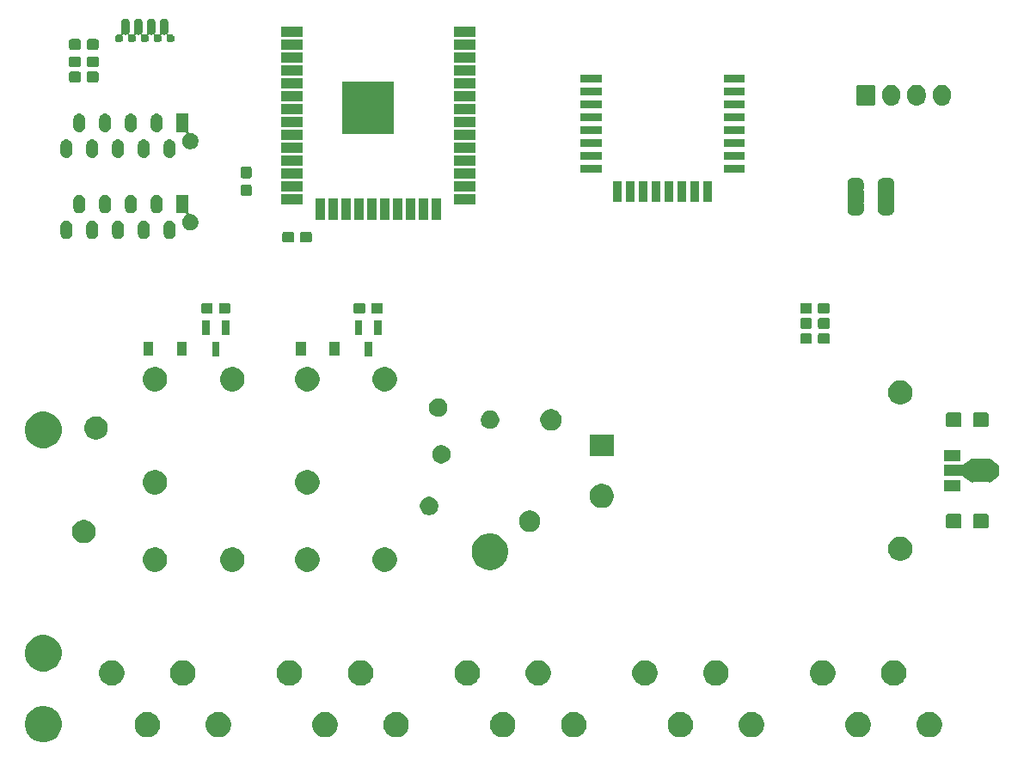
<source format=gbr>
G04 #@! TF.GenerationSoftware,KiCad,Pcbnew,5.1.4+dfsg1-1*
G04 #@! TF.CreationDate,2020-01-26T17:09:30+03:00*
G04 #@! TF.ProjectId,smart-roller-gate-controller,736d6172-742d-4726-9f6c-6c65722d6761,rev?*
G04 #@! TF.SameCoordinates,Original*
G04 #@! TF.FileFunction,Soldermask,Top*
G04 #@! TF.FilePolarity,Negative*
%FSLAX46Y46*%
G04 Gerber Fmt 4.6, Leading zero omitted, Abs format (unit mm)*
G04 Created by KiCad (PCBNEW 5.1.4+dfsg1-1) date 2020-01-26 17:09:30*
%MOMM*%
%LPD*%
G04 APERTURE LIST*
%ADD10C,0.100000*%
G04 APERTURE END LIST*
D10*
G36*
X103226905Y-168208789D02*
G01*
X103525350Y-168268153D01*
X103853122Y-168403921D01*
X104148109Y-168601025D01*
X104398975Y-168851891D01*
X104596079Y-169146878D01*
X104731847Y-169474650D01*
X104801060Y-169822611D01*
X104801060Y-170177389D01*
X104731847Y-170525350D01*
X104596079Y-170853122D01*
X104398975Y-171148109D01*
X104148109Y-171398975D01*
X103853122Y-171596079D01*
X103525350Y-171731847D01*
X103226905Y-171791211D01*
X103177390Y-171801060D01*
X102822610Y-171801060D01*
X102773095Y-171791211D01*
X102474650Y-171731847D01*
X102146878Y-171596079D01*
X101851891Y-171398975D01*
X101601025Y-171148109D01*
X101403921Y-170853122D01*
X101268153Y-170525350D01*
X101198940Y-170177389D01*
X101198940Y-169822611D01*
X101268153Y-169474650D01*
X101403921Y-169146878D01*
X101601025Y-168851891D01*
X101851891Y-168601025D01*
X102146878Y-168403921D01*
X102474650Y-168268153D01*
X102773095Y-168208789D01*
X102822610Y-168198940D01*
X103177390Y-168198940D01*
X103226905Y-168208789D01*
X103226905Y-168208789D01*
G37*
G36*
X190614903Y-168847075D02*
G01*
X190842571Y-168941378D01*
X191047466Y-169078285D01*
X191221715Y-169252534D01*
X191221716Y-169252536D01*
X191358623Y-169457431D01*
X191452925Y-169685097D01*
X191501000Y-169926786D01*
X191501000Y-170173214D01*
X191452925Y-170414903D01*
X191407177Y-170525350D01*
X191358622Y-170642571D01*
X191221715Y-170847466D01*
X191047466Y-171021715D01*
X190842571Y-171158622D01*
X190842570Y-171158623D01*
X190842569Y-171158623D01*
X190614903Y-171252925D01*
X190373214Y-171301000D01*
X190126786Y-171301000D01*
X189885097Y-171252925D01*
X189657431Y-171158623D01*
X189657430Y-171158623D01*
X189657429Y-171158622D01*
X189452534Y-171021715D01*
X189278285Y-170847466D01*
X189141378Y-170642571D01*
X189092824Y-170525350D01*
X189047075Y-170414903D01*
X188999000Y-170173214D01*
X188999000Y-169926786D01*
X189047075Y-169685097D01*
X189141377Y-169457431D01*
X189278284Y-169252536D01*
X189278285Y-169252534D01*
X189452534Y-169078285D01*
X189657429Y-168941378D01*
X189885097Y-168847075D01*
X190126786Y-168799000D01*
X190373214Y-168799000D01*
X190614903Y-168847075D01*
X190614903Y-168847075D01*
G37*
G36*
X173114903Y-168847075D02*
G01*
X173342571Y-168941378D01*
X173547466Y-169078285D01*
X173721715Y-169252534D01*
X173721716Y-169252536D01*
X173858623Y-169457431D01*
X173952925Y-169685097D01*
X174001000Y-169926786D01*
X174001000Y-170173214D01*
X173952925Y-170414903D01*
X173907177Y-170525350D01*
X173858622Y-170642571D01*
X173721715Y-170847466D01*
X173547466Y-171021715D01*
X173342571Y-171158622D01*
X173342570Y-171158623D01*
X173342569Y-171158623D01*
X173114903Y-171252925D01*
X172873214Y-171301000D01*
X172626786Y-171301000D01*
X172385097Y-171252925D01*
X172157431Y-171158623D01*
X172157430Y-171158623D01*
X172157429Y-171158622D01*
X171952534Y-171021715D01*
X171778285Y-170847466D01*
X171641378Y-170642571D01*
X171592824Y-170525350D01*
X171547075Y-170414903D01*
X171499000Y-170173214D01*
X171499000Y-169926786D01*
X171547075Y-169685097D01*
X171641377Y-169457431D01*
X171778284Y-169252536D01*
X171778285Y-169252534D01*
X171952534Y-169078285D01*
X172157429Y-168941378D01*
X172385097Y-168847075D01*
X172626786Y-168799000D01*
X172873214Y-168799000D01*
X173114903Y-168847075D01*
X173114903Y-168847075D01*
G37*
G36*
X166114903Y-168847075D02*
G01*
X166342571Y-168941378D01*
X166547466Y-169078285D01*
X166721715Y-169252534D01*
X166721716Y-169252536D01*
X166858623Y-169457431D01*
X166952925Y-169685097D01*
X167001000Y-169926786D01*
X167001000Y-170173214D01*
X166952925Y-170414903D01*
X166907177Y-170525350D01*
X166858622Y-170642571D01*
X166721715Y-170847466D01*
X166547466Y-171021715D01*
X166342571Y-171158622D01*
X166342570Y-171158623D01*
X166342569Y-171158623D01*
X166114903Y-171252925D01*
X165873214Y-171301000D01*
X165626786Y-171301000D01*
X165385097Y-171252925D01*
X165157431Y-171158623D01*
X165157430Y-171158623D01*
X165157429Y-171158622D01*
X164952534Y-171021715D01*
X164778285Y-170847466D01*
X164641378Y-170642571D01*
X164592824Y-170525350D01*
X164547075Y-170414903D01*
X164499000Y-170173214D01*
X164499000Y-169926786D01*
X164547075Y-169685097D01*
X164641377Y-169457431D01*
X164778284Y-169252536D01*
X164778285Y-169252534D01*
X164952534Y-169078285D01*
X165157429Y-168941378D01*
X165385097Y-168847075D01*
X165626786Y-168799000D01*
X165873214Y-168799000D01*
X166114903Y-168847075D01*
X166114903Y-168847075D01*
G37*
G36*
X148614903Y-168847075D02*
G01*
X148842571Y-168941378D01*
X149047466Y-169078285D01*
X149221715Y-169252534D01*
X149221716Y-169252536D01*
X149358623Y-169457431D01*
X149452925Y-169685097D01*
X149501000Y-169926786D01*
X149501000Y-170173214D01*
X149452925Y-170414903D01*
X149407177Y-170525350D01*
X149358622Y-170642571D01*
X149221715Y-170847466D01*
X149047466Y-171021715D01*
X148842571Y-171158622D01*
X148842570Y-171158623D01*
X148842569Y-171158623D01*
X148614903Y-171252925D01*
X148373214Y-171301000D01*
X148126786Y-171301000D01*
X147885097Y-171252925D01*
X147657431Y-171158623D01*
X147657430Y-171158623D01*
X147657429Y-171158622D01*
X147452534Y-171021715D01*
X147278285Y-170847466D01*
X147141378Y-170642571D01*
X147092824Y-170525350D01*
X147047075Y-170414903D01*
X146999000Y-170173214D01*
X146999000Y-169926786D01*
X147047075Y-169685097D01*
X147141377Y-169457431D01*
X147278284Y-169252536D01*
X147278285Y-169252534D01*
X147452534Y-169078285D01*
X147657429Y-168941378D01*
X147885097Y-168847075D01*
X148126786Y-168799000D01*
X148373214Y-168799000D01*
X148614903Y-168847075D01*
X148614903Y-168847075D01*
G37*
G36*
X155614903Y-168847075D02*
G01*
X155842571Y-168941378D01*
X156047466Y-169078285D01*
X156221715Y-169252534D01*
X156221716Y-169252536D01*
X156358623Y-169457431D01*
X156452925Y-169685097D01*
X156501000Y-169926786D01*
X156501000Y-170173214D01*
X156452925Y-170414903D01*
X156407177Y-170525350D01*
X156358622Y-170642571D01*
X156221715Y-170847466D01*
X156047466Y-171021715D01*
X155842571Y-171158622D01*
X155842570Y-171158623D01*
X155842569Y-171158623D01*
X155614903Y-171252925D01*
X155373214Y-171301000D01*
X155126786Y-171301000D01*
X154885097Y-171252925D01*
X154657431Y-171158623D01*
X154657430Y-171158623D01*
X154657429Y-171158622D01*
X154452534Y-171021715D01*
X154278285Y-170847466D01*
X154141378Y-170642571D01*
X154092824Y-170525350D01*
X154047075Y-170414903D01*
X153999000Y-170173214D01*
X153999000Y-169926786D01*
X154047075Y-169685097D01*
X154141377Y-169457431D01*
X154278284Y-169252536D01*
X154278285Y-169252534D01*
X154452534Y-169078285D01*
X154657429Y-168941378D01*
X154885097Y-168847075D01*
X155126786Y-168799000D01*
X155373214Y-168799000D01*
X155614903Y-168847075D01*
X155614903Y-168847075D01*
G37*
G36*
X138114903Y-168847075D02*
G01*
X138342571Y-168941378D01*
X138547466Y-169078285D01*
X138721715Y-169252534D01*
X138721716Y-169252536D01*
X138858623Y-169457431D01*
X138952925Y-169685097D01*
X139001000Y-169926786D01*
X139001000Y-170173214D01*
X138952925Y-170414903D01*
X138907177Y-170525350D01*
X138858622Y-170642571D01*
X138721715Y-170847466D01*
X138547466Y-171021715D01*
X138342571Y-171158622D01*
X138342570Y-171158623D01*
X138342569Y-171158623D01*
X138114903Y-171252925D01*
X137873214Y-171301000D01*
X137626786Y-171301000D01*
X137385097Y-171252925D01*
X137157431Y-171158623D01*
X137157430Y-171158623D01*
X137157429Y-171158622D01*
X136952534Y-171021715D01*
X136778285Y-170847466D01*
X136641378Y-170642571D01*
X136592824Y-170525350D01*
X136547075Y-170414903D01*
X136499000Y-170173214D01*
X136499000Y-169926786D01*
X136547075Y-169685097D01*
X136641377Y-169457431D01*
X136778284Y-169252536D01*
X136778285Y-169252534D01*
X136952534Y-169078285D01*
X137157429Y-168941378D01*
X137385097Y-168847075D01*
X137626786Y-168799000D01*
X137873214Y-168799000D01*
X138114903Y-168847075D01*
X138114903Y-168847075D01*
G37*
G36*
X131114903Y-168847075D02*
G01*
X131342571Y-168941378D01*
X131547466Y-169078285D01*
X131721715Y-169252534D01*
X131721716Y-169252536D01*
X131858623Y-169457431D01*
X131952925Y-169685097D01*
X132001000Y-169926786D01*
X132001000Y-170173214D01*
X131952925Y-170414903D01*
X131907177Y-170525350D01*
X131858622Y-170642571D01*
X131721715Y-170847466D01*
X131547466Y-171021715D01*
X131342571Y-171158622D01*
X131342570Y-171158623D01*
X131342569Y-171158623D01*
X131114903Y-171252925D01*
X130873214Y-171301000D01*
X130626786Y-171301000D01*
X130385097Y-171252925D01*
X130157431Y-171158623D01*
X130157430Y-171158623D01*
X130157429Y-171158622D01*
X129952534Y-171021715D01*
X129778285Y-170847466D01*
X129641378Y-170642571D01*
X129592824Y-170525350D01*
X129547075Y-170414903D01*
X129499000Y-170173214D01*
X129499000Y-169926786D01*
X129547075Y-169685097D01*
X129641377Y-169457431D01*
X129778284Y-169252536D01*
X129778285Y-169252534D01*
X129952534Y-169078285D01*
X130157429Y-168941378D01*
X130385097Y-168847075D01*
X130626786Y-168799000D01*
X130873214Y-168799000D01*
X131114903Y-168847075D01*
X131114903Y-168847075D01*
G37*
G36*
X183614903Y-168847075D02*
G01*
X183842571Y-168941378D01*
X184047466Y-169078285D01*
X184221715Y-169252534D01*
X184221716Y-169252536D01*
X184358623Y-169457431D01*
X184452925Y-169685097D01*
X184501000Y-169926786D01*
X184501000Y-170173214D01*
X184452925Y-170414903D01*
X184407177Y-170525350D01*
X184358622Y-170642571D01*
X184221715Y-170847466D01*
X184047466Y-171021715D01*
X183842571Y-171158622D01*
X183842570Y-171158623D01*
X183842569Y-171158623D01*
X183614903Y-171252925D01*
X183373214Y-171301000D01*
X183126786Y-171301000D01*
X182885097Y-171252925D01*
X182657431Y-171158623D01*
X182657430Y-171158623D01*
X182657429Y-171158622D01*
X182452534Y-171021715D01*
X182278285Y-170847466D01*
X182141378Y-170642571D01*
X182092824Y-170525350D01*
X182047075Y-170414903D01*
X181999000Y-170173214D01*
X181999000Y-169926786D01*
X182047075Y-169685097D01*
X182141377Y-169457431D01*
X182278284Y-169252536D01*
X182278285Y-169252534D01*
X182452534Y-169078285D01*
X182657429Y-168941378D01*
X182885097Y-168847075D01*
X183126786Y-168799000D01*
X183373214Y-168799000D01*
X183614903Y-168847075D01*
X183614903Y-168847075D01*
G37*
G36*
X113614903Y-168847075D02*
G01*
X113842571Y-168941378D01*
X114047466Y-169078285D01*
X114221715Y-169252534D01*
X114221716Y-169252536D01*
X114358623Y-169457431D01*
X114452925Y-169685097D01*
X114501000Y-169926786D01*
X114501000Y-170173214D01*
X114452925Y-170414903D01*
X114407177Y-170525350D01*
X114358622Y-170642571D01*
X114221715Y-170847466D01*
X114047466Y-171021715D01*
X113842571Y-171158622D01*
X113842570Y-171158623D01*
X113842569Y-171158623D01*
X113614903Y-171252925D01*
X113373214Y-171301000D01*
X113126786Y-171301000D01*
X112885097Y-171252925D01*
X112657431Y-171158623D01*
X112657430Y-171158623D01*
X112657429Y-171158622D01*
X112452534Y-171021715D01*
X112278285Y-170847466D01*
X112141378Y-170642571D01*
X112092824Y-170525350D01*
X112047075Y-170414903D01*
X111999000Y-170173214D01*
X111999000Y-169926786D01*
X112047075Y-169685097D01*
X112141377Y-169457431D01*
X112278284Y-169252536D01*
X112278285Y-169252534D01*
X112452534Y-169078285D01*
X112657429Y-168941378D01*
X112885097Y-168847075D01*
X113126786Y-168799000D01*
X113373214Y-168799000D01*
X113614903Y-168847075D01*
X113614903Y-168847075D01*
G37*
G36*
X120614903Y-168847075D02*
G01*
X120842571Y-168941378D01*
X121047466Y-169078285D01*
X121221715Y-169252534D01*
X121221716Y-169252536D01*
X121358623Y-169457431D01*
X121452925Y-169685097D01*
X121501000Y-169926786D01*
X121501000Y-170173214D01*
X121452925Y-170414903D01*
X121407177Y-170525350D01*
X121358622Y-170642571D01*
X121221715Y-170847466D01*
X121047466Y-171021715D01*
X120842571Y-171158622D01*
X120842570Y-171158623D01*
X120842569Y-171158623D01*
X120614903Y-171252925D01*
X120373214Y-171301000D01*
X120126786Y-171301000D01*
X119885097Y-171252925D01*
X119657431Y-171158623D01*
X119657430Y-171158623D01*
X119657429Y-171158622D01*
X119452534Y-171021715D01*
X119278285Y-170847466D01*
X119141378Y-170642571D01*
X119092824Y-170525350D01*
X119047075Y-170414903D01*
X118999000Y-170173214D01*
X118999000Y-169926786D01*
X119047075Y-169685097D01*
X119141377Y-169457431D01*
X119278284Y-169252536D01*
X119278285Y-169252534D01*
X119452534Y-169078285D01*
X119657429Y-168941378D01*
X119885097Y-168847075D01*
X120126786Y-168799000D01*
X120373214Y-168799000D01*
X120614903Y-168847075D01*
X120614903Y-168847075D01*
G37*
G36*
X187114903Y-163747075D02*
G01*
X187342571Y-163841378D01*
X187547466Y-163978285D01*
X187721715Y-164152534D01*
X187721716Y-164152536D01*
X187858623Y-164357431D01*
X187875831Y-164398975D01*
X187952925Y-164585097D01*
X188001000Y-164826787D01*
X188001000Y-165073213D01*
X187952925Y-165314903D01*
X187858622Y-165542571D01*
X187721715Y-165747466D01*
X187547466Y-165921715D01*
X187342571Y-166058622D01*
X187342570Y-166058623D01*
X187342569Y-166058623D01*
X187114903Y-166152925D01*
X186873214Y-166201000D01*
X186626786Y-166201000D01*
X186385097Y-166152925D01*
X186157431Y-166058623D01*
X186157430Y-166058623D01*
X186157429Y-166058622D01*
X185952534Y-165921715D01*
X185778285Y-165747466D01*
X185641378Y-165542571D01*
X185547075Y-165314903D01*
X185499000Y-165073213D01*
X185499000Y-164826787D01*
X185547075Y-164585097D01*
X185624169Y-164398975D01*
X185641377Y-164357431D01*
X185778284Y-164152536D01*
X185778285Y-164152534D01*
X185952534Y-163978285D01*
X186157429Y-163841378D01*
X186385097Y-163747075D01*
X186626786Y-163699000D01*
X186873214Y-163699000D01*
X187114903Y-163747075D01*
X187114903Y-163747075D01*
G37*
G36*
X169614903Y-163747075D02*
G01*
X169842571Y-163841378D01*
X170047466Y-163978285D01*
X170221715Y-164152534D01*
X170221716Y-164152536D01*
X170358623Y-164357431D01*
X170375831Y-164398975D01*
X170452925Y-164585097D01*
X170501000Y-164826787D01*
X170501000Y-165073213D01*
X170452925Y-165314903D01*
X170358622Y-165542571D01*
X170221715Y-165747466D01*
X170047466Y-165921715D01*
X169842571Y-166058622D01*
X169842570Y-166058623D01*
X169842569Y-166058623D01*
X169614903Y-166152925D01*
X169373214Y-166201000D01*
X169126786Y-166201000D01*
X168885097Y-166152925D01*
X168657431Y-166058623D01*
X168657430Y-166058623D01*
X168657429Y-166058622D01*
X168452534Y-165921715D01*
X168278285Y-165747466D01*
X168141378Y-165542571D01*
X168047075Y-165314903D01*
X167999000Y-165073213D01*
X167999000Y-164826787D01*
X168047075Y-164585097D01*
X168124169Y-164398975D01*
X168141377Y-164357431D01*
X168278284Y-164152536D01*
X168278285Y-164152534D01*
X168452534Y-163978285D01*
X168657429Y-163841378D01*
X168885097Y-163747075D01*
X169126786Y-163699000D01*
X169373214Y-163699000D01*
X169614903Y-163747075D01*
X169614903Y-163747075D01*
G37*
G36*
X180114903Y-163747075D02*
G01*
X180342571Y-163841378D01*
X180547466Y-163978285D01*
X180721715Y-164152534D01*
X180721716Y-164152536D01*
X180858623Y-164357431D01*
X180875831Y-164398975D01*
X180952925Y-164585097D01*
X181001000Y-164826787D01*
X181001000Y-165073213D01*
X180952925Y-165314903D01*
X180858622Y-165542571D01*
X180721715Y-165747466D01*
X180547466Y-165921715D01*
X180342571Y-166058622D01*
X180342570Y-166058623D01*
X180342569Y-166058623D01*
X180114903Y-166152925D01*
X179873214Y-166201000D01*
X179626786Y-166201000D01*
X179385097Y-166152925D01*
X179157431Y-166058623D01*
X179157430Y-166058623D01*
X179157429Y-166058622D01*
X178952534Y-165921715D01*
X178778285Y-165747466D01*
X178641378Y-165542571D01*
X178547075Y-165314903D01*
X178499000Y-165073213D01*
X178499000Y-164826787D01*
X178547075Y-164585097D01*
X178624169Y-164398975D01*
X178641377Y-164357431D01*
X178778284Y-164152536D01*
X178778285Y-164152534D01*
X178952534Y-163978285D01*
X179157429Y-163841378D01*
X179385097Y-163747075D01*
X179626786Y-163699000D01*
X179873214Y-163699000D01*
X180114903Y-163747075D01*
X180114903Y-163747075D01*
G37*
G36*
X117114903Y-163747075D02*
G01*
X117342571Y-163841378D01*
X117547466Y-163978285D01*
X117721715Y-164152534D01*
X117721716Y-164152536D01*
X117858623Y-164357431D01*
X117875831Y-164398975D01*
X117952925Y-164585097D01*
X118001000Y-164826787D01*
X118001000Y-165073213D01*
X117952925Y-165314903D01*
X117858622Y-165542571D01*
X117721715Y-165747466D01*
X117547466Y-165921715D01*
X117342571Y-166058622D01*
X117342570Y-166058623D01*
X117342569Y-166058623D01*
X117114903Y-166152925D01*
X116873214Y-166201000D01*
X116626786Y-166201000D01*
X116385097Y-166152925D01*
X116157431Y-166058623D01*
X116157430Y-166058623D01*
X116157429Y-166058622D01*
X115952534Y-165921715D01*
X115778285Y-165747466D01*
X115641378Y-165542571D01*
X115547075Y-165314903D01*
X115499000Y-165073213D01*
X115499000Y-164826787D01*
X115547075Y-164585097D01*
X115624169Y-164398975D01*
X115641377Y-164357431D01*
X115778284Y-164152536D01*
X115778285Y-164152534D01*
X115952534Y-163978285D01*
X116157429Y-163841378D01*
X116385097Y-163747075D01*
X116626786Y-163699000D01*
X116873214Y-163699000D01*
X117114903Y-163747075D01*
X117114903Y-163747075D01*
G37*
G36*
X110114903Y-163747075D02*
G01*
X110342571Y-163841378D01*
X110547466Y-163978285D01*
X110721715Y-164152534D01*
X110721716Y-164152536D01*
X110858623Y-164357431D01*
X110875831Y-164398975D01*
X110952925Y-164585097D01*
X111001000Y-164826787D01*
X111001000Y-165073213D01*
X110952925Y-165314903D01*
X110858622Y-165542571D01*
X110721715Y-165747466D01*
X110547466Y-165921715D01*
X110342571Y-166058622D01*
X110342570Y-166058623D01*
X110342569Y-166058623D01*
X110114903Y-166152925D01*
X109873214Y-166201000D01*
X109626786Y-166201000D01*
X109385097Y-166152925D01*
X109157431Y-166058623D01*
X109157430Y-166058623D01*
X109157429Y-166058622D01*
X108952534Y-165921715D01*
X108778285Y-165747466D01*
X108641378Y-165542571D01*
X108547075Y-165314903D01*
X108499000Y-165073213D01*
X108499000Y-164826787D01*
X108547075Y-164585097D01*
X108624169Y-164398975D01*
X108641377Y-164357431D01*
X108778284Y-164152536D01*
X108778285Y-164152534D01*
X108952534Y-163978285D01*
X109157429Y-163841378D01*
X109385097Y-163747075D01*
X109626786Y-163699000D01*
X109873214Y-163699000D01*
X110114903Y-163747075D01*
X110114903Y-163747075D01*
G37*
G36*
X127614903Y-163747075D02*
G01*
X127842571Y-163841378D01*
X128047466Y-163978285D01*
X128221715Y-164152534D01*
X128221716Y-164152536D01*
X128358623Y-164357431D01*
X128375831Y-164398975D01*
X128452925Y-164585097D01*
X128501000Y-164826787D01*
X128501000Y-165073213D01*
X128452925Y-165314903D01*
X128358622Y-165542571D01*
X128221715Y-165747466D01*
X128047466Y-165921715D01*
X127842571Y-166058622D01*
X127842570Y-166058623D01*
X127842569Y-166058623D01*
X127614903Y-166152925D01*
X127373214Y-166201000D01*
X127126786Y-166201000D01*
X126885097Y-166152925D01*
X126657431Y-166058623D01*
X126657430Y-166058623D01*
X126657429Y-166058622D01*
X126452534Y-165921715D01*
X126278285Y-165747466D01*
X126141378Y-165542571D01*
X126047075Y-165314903D01*
X125999000Y-165073213D01*
X125999000Y-164826787D01*
X126047075Y-164585097D01*
X126124169Y-164398975D01*
X126141377Y-164357431D01*
X126278284Y-164152536D01*
X126278285Y-164152534D01*
X126452534Y-163978285D01*
X126657429Y-163841378D01*
X126885097Y-163747075D01*
X127126786Y-163699000D01*
X127373214Y-163699000D01*
X127614903Y-163747075D01*
X127614903Y-163747075D01*
G37*
G36*
X152114903Y-163747075D02*
G01*
X152342571Y-163841378D01*
X152547466Y-163978285D01*
X152721715Y-164152534D01*
X152721716Y-164152536D01*
X152858623Y-164357431D01*
X152875831Y-164398975D01*
X152952925Y-164585097D01*
X153001000Y-164826787D01*
X153001000Y-165073213D01*
X152952925Y-165314903D01*
X152858622Y-165542571D01*
X152721715Y-165747466D01*
X152547466Y-165921715D01*
X152342571Y-166058622D01*
X152342570Y-166058623D01*
X152342569Y-166058623D01*
X152114903Y-166152925D01*
X151873214Y-166201000D01*
X151626786Y-166201000D01*
X151385097Y-166152925D01*
X151157431Y-166058623D01*
X151157430Y-166058623D01*
X151157429Y-166058622D01*
X150952534Y-165921715D01*
X150778285Y-165747466D01*
X150641378Y-165542571D01*
X150547075Y-165314903D01*
X150499000Y-165073213D01*
X150499000Y-164826787D01*
X150547075Y-164585097D01*
X150624169Y-164398975D01*
X150641377Y-164357431D01*
X150778284Y-164152536D01*
X150778285Y-164152534D01*
X150952534Y-163978285D01*
X151157429Y-163841378D01*
X151385097Y-163747075D01*
X151626786Y-163699000D01*
X151873214Y-163699000D01*
X152114903Y-163747075D01*
X152114903Y-163747075D01*
G37*
G36*
X145114903Y-163747075D02*
G01*
X145342571Y-163841378D01*
X145547466Y-163978285D01*
X145721715Y-164152534D01*
X145721716Y-164152536D01*
X145858623Y-164357431D01*
X145875831Y-164398975D01*
X145952925Y-164585097D01*
X146001000Y-164826787D01*
X146001000Y-165073213D01*
X145952925Y-165314903D01*
X145858622Y-165542571D01*
X145721715Y-165747466D01*
X145547466Y-165921715D01*
X145342571Y-166058622D01*
X145342570Y-166058623D01*
X145342569Y-166058623D01*
X145114903Y-166152925D01*
X144873214Y-166201000D01*
X144626786Y-166201000D01*
X144385097Y-166152925D01*
X144157431Y-166058623D01*
X144157430Y-166058623D01*
X144157429Y-166058622D01*
X143952534Y-165921715D01*
X143778285Y-165747466D01*
X143641378Y-165542571D01*
X143547075Y-165314903D01*
X143499000Y-165073213D01*
X143499000Y-164826787D01*
X143547075Y-164585097D01*
X143624169Y-164398975D01*
X143641377Y-164357431D01*
X143778284Y-164152536D01*
X143778285Y-164152534D01*
X143952534Y-163978285D01*
X144157429Y-163841378D01*
X144385097Y-163747075D01*
X144626786Y-163699000D01*
X144873214Y-163699000D01*
X145114903Y-163747075D01*
X145114903Y-163747075D01*
G37*
G36*
X162614903Y-163747075D02*
G01*
X162842571Y-163841378D01*
X163047466Y-163978285D01*
X163221715Y-164152534D01*
X163221716Y-164152536D01*
X163358623Y-164357431D01*
X163375831Y-164398975D01*
X163452925Y-164585097D01*
X163501000Y-164826787D01*
X163501000Y-165073213D01*
X163452925Y-165314903D01*
X163358622Y-165542571D01*
X163221715Y-165747466D01*
X163047466Y-165921715D01*
X162842571Y-166058622D01*
X162842570Y-166058623D01*
X162842569Y-166058623D01*
X162614903Y-166152925D01*
X162373214Y-166201000D01*
X162126786Y-166201000D01*
X161885097Y-166152925D01*
X161657431Y-166058623D01*
X161657430Y-166058623D01*
X161657429Y-166058622D01*
X161452534Y-165921715D01*
X161278285Y-165747466D01*
X161141378Y-165542571D01*
X161047075Y-165314903D01*
X160999000Y-165073213D01*
X160999000Y-164826787D01*
X161047075Y-164585097D01*
X161124169Y-164398975D01*
X161141377Y-164357431D01*
X161278284Y-164152536D01*
X161278285Y-164152534D01*
X161452534Y-163978285D01*
X161657429Y-163841378D01*
X161885097Y-163747075D01*
X162126786Y-163699000D01*
X162373214Y-163699000D01*
X162614903Y-163747075D01*
X162614903Y-163747075D01*
G37*
G36*
X134614903Y-163747075D02*
G01*
X134842571Y-163841378D01*
X135047466Y-163978285D01*
X135221715Y-164152534D01*
X135221716Y-164152536D01*
X135358623Y-164357431D01*
X135375831Y-164398975D01*
X135452925Y-164585097D01*
X135501000Y-164826787D01*
X135501000Y-165073213D01*
X135452925Y-165314903D01*
X135358622Y-165542571D01*
X135221715Y-165747466D01*
X135047466Y-165921715D01*
X134842571Y-166058622D01*
X134842570Y-166058623D01*
X134842569Y-166058623D01*
X134614903Y-166152925D01*
X134373214Y-166201000D01*
X134126786Y-166201000D01*
X133885097Y-166152925D01*
X133657431Y-166058623D01*
X133657430Y-166058623D01*
X133657429Y-166058622D01*
X133452534Y-165921715D01*
X133278285Y-165747466D01*
X133141378Y-165542571D01*
X133047075Y-165314903D01*
X132999000Y-165073213D01*
X132999000Y-164826787D01*
X133047075Y-164585097D01*
X133124169Y-164398975D01*
X133141377Y-164357431D01*
X133278284Y-164152536D01*
X133278285Y-164152534D01*
X133452534Y-163978285D01*
X133657429Y-163841378D01*
X133885097Y-163747075D01*
X134126786Y-163699000D01*
X134373214Y-163699000D01*
X134614903Y-163747075D01*
X134614903Y-163747075D01*
G37*
G36*
X103226905Y-161208789D02*
G01*
X103525350Y-161268153D01*
X103853122Y-161403921D01*
X104148109Y-161601025D01*
X104398975Y-161851891D01*
X104596079Y-162146878D01*
X104731847Y-162474650D01*
X104801060Y-162822611D01*
X104801060Y-163177389D01*
X104731847Y-163525350D01*
X104596079Y-163853122D01*
X104398975Y-164148109D01*
X104148109Y-164398975D01*
X103853122Y-164596079D01*
X103525350Y-164731847D01*
X103226905Y-164791211D01*
X103177390Y-164801060D01*
X102822610Y-164801060D01*
X102773095Y-164791211D01*
X102474650Y-164731847D01*
X102146878Y-164596079D01*
X101851891Y-164398975D01*
X101601025Y-164148109D01*
X101403921Y-163853122D01*
X101268153Y-163525350D01*
X101198940Y-163177389D01*
X101198940Y-162822611D01*
X101268153Y-162474650D01*
X101403921Y-162146878D01*
X101601025Y-161851891D01*
X101851891Y-161601025D01*
X102146878Y-161403921D01*
X102474650Y-161268153D01*
X102773095Y-161208789D01*
X102822610Y-161198940D01*
X103177390Y-161198940D01*
X103226905Y-161208789D01*
X103226905Y-161208789D01*
G37*
G36*
X136970318Y-152625153D02*
G01*
X137188885Y-152715687D01*
X137188887Y-152715688D01*
X137385593Y-152847122D01*
X137552878Y-153014407D01*
X137576873Y-153050319D01*
X137684313Y-153211115D01*
X137774847Y-153429682D01*
X137821000Y-153661710D01*
X137821000Y-153898290D01*
X137774847Y-154130318D01*
X137684313Y-154348885D01*
X137684312Y-154348887D01*
X137552878Y-154545593D01*
X137385593Y-154712878D01*
X137188887Y-154844312D01*
X137188886Y-154844313D01*
X137188885Y-154844313D01*
X136970318Y-154934847D01*
X136738290Y-154981000D01*
X136501710Y-154981000D01*
X136269682Y-154934847D01*
X136051115Y-154844313D01*
X136051114Y-154844313D01*
X136051113Y-154844312D01*
X135854407Y-154712878D01*
X135687122Y-154545593D01*
X135555688Y-154348887D01*
X135555687Y-154348885D01*
X135465153Y-154130318D01*
X135419000Y-153898290D01*
X135419000Y-153661710D01*
X135465153Y-153429682D01*
X135555687Y-153211115D01*
X135663127Y-153050319D01*
X135687122Y-153014407D01*
X135854407Y-152847122D01*
X136051113Y-152715688D01*
X136051115Y-152715687D01*
X136269682Y-152625153D01*
X136501710Y-152579000D01*
X136738290Y-152579000D01*
X136970318Y-152625153D01*
X136970318Y-152625153D01*
G37*
G36*
X129350318Y-152625153D02*
G01*
X129568885Y-152715687D01*
X129568887Y-152715688D01*
X129765593Y-152847122D01*
X129932878Y-153014407D01*
X129956873Y-153050319D01*
X130064313Y-153211115D01*
X130154847Y-153429682D01*
X130201000Y-153661710D01*
X130201000Y-153898290D01*
X130154847Y-154130318D01*
X130064313Y-154348885D01*
X130064312Y-154348887D01*
X129932878Y-154545593D01*
X129765593Y-154712878D01*
X129568887Y-154844312D01*
X129568886Y-154844313D01*
X129568885Y-154844313D01*
X129350318Y-154934847D01*
X129118290Y-154981000D01*
X128881710Y-154981000D01*
X128649682Y-154934847D01*
X128431115Y-154844313D01*
X128431114Y-154844313D01*
X128431113Y-154844312D01*
X128234407Y-154712878D01*
X128067122Y-154545593D01*
X127935688Y-154348887D01*
X127935687Y-154348885D01*
X127845153Y-154130318D01*
X127799000Y-153898290D01*
X127799000Y-153661710D01*
X127845153Y-153429682D01*
X127935687Y-153211115D01*
X128043127Y-153050319D01*
X128067122Y-153014407D01*
X128234407Y-152847122D01*
X128431113Y-152715688D01*
X128431115Y-152715687D01*
X128649682Y-152625153D01*
X128881710Y-152579000D01*
X129118290Y-152579000D01*
X129350318Y-152625153D01*
X129350318Y-152625153D01*
G37*
G36*
X121970318Y-152625153D02*
G01*
X122188885Y-152715687D01*
X122188887Y-152715688D01*
X122385593Y-152847122D01*
X122552878Y-153014407D01*
X122576873Y-153050319D01*
X122684313Y-153211115D01*
X122774847Y-153429682D01*
X122821000Y-153661710D01*
X122821000Y-153898290D01*
X122774847Y-154130318D01*
X122684313Y-154348885D01*
X122684312Y-154348887D01*
X122552878Y-154545593D01*
X122385593Y-154712878D01*
X122188887Y-154844312D01*
X122188886Y-154844313D01*
X122188885Y-154844313D01*
X121970318Y-154934847D01*
X121738290Y-154981000D01*
X121501710Y-154981000D01*
X121269682Y-154934847D01*
X121051115Y-154844313D01*
X121051114Y-154844313D01*
X121051113Y-154844312D01*
X120854407Y-154712878D01*
X120687122Y-154545593D01*
X120555688Y-154348887D01*
X120555687Y-154348885D01*
X120465153Y-154130318D01*
X120419000Y-153898290D01*
X120419000Y-153661710D01*
X120465153Y-153429682D01*
X120555687Y-153211115D01*
X120663127Y-153050319D01*
X120687122Y-153014407D01*
X120854407Y-152847122D01*
X121051113Y-152715688D01*
X121051115Y-152715687D01*
X121269682Y-152625153D01*
X121501710Y-152579000D01*
X121738290Y-152579000D01*
X121970318Y-152625153D01*
X121970318Y-152625153D01*
G37*
G36*
X114350318Y-152625153D02*
G01*
X114568885Y-152715687D01*
X114568887Y-152715688D01*
X114765593Y-152847122D01*
X114932878Y-153014407D01*
X114956873Y-153050319D01*
X115064313Y-153211115D01*
X115154847Y-153429682D01*
X115201000Y-153661710D01*
X115201000Y-153898290D01*
X115154847Y-154130318D01*
X115064313Y-154348885D01*
X115064312Y-154348887D01*
X114932878Y-154545593D01*
X114765593Y-154712878D01*
X114568887Y-154844312D01*
X114568886Y-154844313D01*
X114568885Y-154844313D01*
X114350318Y-154934847D01*
X114118290Y-154981000D01*
X113881710Y-154981000D01*
X113649682Y-154934847D01*
X113431115Y-154844313D01*
X113431114Y-154844313D01*
X113431113Y-154844312D01*
X113234407Y-154712878D01*
X113067122Y-154545593D01*
X112935688Y-154348887D01*
X112935687Y-154348885D01*
X112845153Y-154130318D01*
X112799000Y-153898290D01*
X112799000Y-153661710D01*
X112845153Y-153429682D01*
X112935687Y-153211115D01*
X113043127Y-153050319D01*
X113067122Y-153014407D01*
X113234407Y-152847122D01*
X113431113Y-152715688D01*
X113431115Y-152715687D01*
X113649682Y-152625153D01*
X113881710Y-152579000D01*
X114118290Y-152579000D01*
X114350318Y-152625153D01*
X114350318Y-152625153D01*
G37*
G36*
X147226905Y-151208789D02*
G01*
X147525350Y-151268153D01*
X147853122Y-151403921D01*
X148148109Y-151601025D01*
X148398975Y-151851891D01*
X148596079Y-152146878D01*
X148731847Y-152474650D01*
X148801060Y-152822611D01*
X148801060Y-153177389D01*
X148731847Y-153525350D01*
X148596079Y-153853122D01*
X148398975Y-154148109D01*
X148148109Y-154398975D01*
X147853122Y-154596079D01*
X147525350Y-154731847D01*
X147226905Y-154791211D01*
X147177390Y-154801060D01*
X146822610Y-154801060D01*
X146773095Y-154791211D01*
X146474650Y-154731847D01*
X146146878Y-154596079D01*
X145851891Y-154398975D01*
X145601025Y-154148109D01*
X145403921Y-153853122D01*
X145268153Y-153525350D01*
X145198940Y-153177389D01*
X145198940Y-152822611D01*
X145268153Y-152474650D01*
X145403921Y-152146878D01*
X145601025Y-151851891D01*
X145851891Y-151601025D01*
X146146878Y-151403921D01*
X146474650Y-151268153D01*
X146773095Y-151208789D01*
X146822610Y-151198940D01*
X147177390Y-151198940D01*
X147226905Y-151208789D01*
X147226905Y-151208789D01*
G37*
G36*
X187750318Y-151545153D02*
G01*
X187885206Y-151601026D01*
X187968887Y-151635688D01*
X188165593Y-151767122D01*
X188332878Y-151934407D01*
X188448045Y-152106768D01*
X188464313Y-152131115D01*
X188554847Y-152349682D01*
X188601000Y-152581710D01*
X188601000Y-152818290D01*
X188554847Y-153050318D01*
X188488243Y-153211113D01*
X188464312Y-153268887D01*
X188332878Y-153465593D01*
X188165593Y-153632878D01*
X187968887Y-153764312D01*
X187968886Y-153764313D01*
X187968885Y-153764313D01*
X187750318Y-153854847D01*
X187518290Y-153901000D01*
X187281710Y-153901000D01*
X187049682Y-153854847D01*
X186831115Y-153764313D01*
X186831114Y-153764313D01*
X186831113Y-153764312D01*
X186634407Y-153632878D01*
X186467122Y-153465593D01*
X186335688Y-153268887D01*
X186311757Y-153211113D01*
X186245153Y-153050318D01*
X186199000Y-152818290D01*
X186199000Y-152581710D01*
X186245153Y-152349682D01*
X186335687Y-152131115D01*
X186351955Y-152106768D01*
X186467122Y-151934407D01*
X186634407Y-151767122D01*
X186831113Y-151635688D01*
X186914794Y-151601026D01*
X187049682Y-151545153D01*
X187281710Y-151499000D01*
X187518290Y-151499000D01*
X187750318Y-151545153D01*
X187750318Y-151545153D01*
G37*
G36*
X107224549Y-149871116D02*
G01*
X107335734Y-149893232D01*
X107545203Y-149979997D01*
X107733720Y-150105960D01*
X107894040Y-150266280D01*
X108020003Y-150454797D01*
X108106768Y-150664266D01*
X108151000Y-150886636D01*
X108151000Y-151113364D01*
X108106768Y-151335734D01*
X108020003Y-151545203D01*
X107894040Y-151733720D01*
X107733720Y-151894040D01*
X107545203Y-152020003D01*
X107335734Y-152106768D01*
X107224549Y-152128884D01*
X107113365Y-152151000D01*
X106886635Y-152151000D01*
X106775451Y-152128884D01*
X106664266Y-152106768D01*
X106454797Y-152020003D01*
X106266280Y-151894040D01*
X106105960Y-151733720D01*
X105979997Y-151545203D01*
X105893232Y-151335734D01*
X105849000Y-151113364D01*
X105849000Y-150886636D01*
X105893232Y-150664266D01*
X105979997Y-150454797D01*
X106105960Y-150266280D01*
X106266280Y-150105960D01*
X106454797Y-149979997D01*
X106664266Y-149893232D01*
X106775451Y-149871116D01*
X106886635Y-149849000D01*
X107113365Y-149849000D01*
X107224549Y-149871116D01*
X107224549Y-149871116D01*
G37*
G36*
X151206564Y-148989389D02*
G01*
X151397833Y-149068615D01*
X151397835Y-149068616D01*
X151569973Y-149183635D01*
X151716365Y-149330027D01*
X151823544Y-149490431D01*
X151831385Y-149502167D01*
X151910611Y-149693436D01*
X151951000Y-149896484D01*
X151951000Y-150103516D01*
X151910611Y-150306564D01*
X151849211Y-150454797D01*
X151831384Y-150497835D01*
X151716365Y-150669973D01*
X151569973Y-150816365D01*
X151397835Y-150931384D01*
X151397834Y-150931385D01*
X151397833Y-150931385D01*
X151206564Y-151010611D01*
X151003516Y-151051000D01*
X150796484Y-151051000D01*
X150593436Y-151010611D01*
X150402167Y-150931385D01*
X150402166Y-150931385D01*
X150402165Y-150931384D01*
X150230027Y-150816365D01*
X150083635Y-150669973D01*
X149968616Y-150497835D01*
X149950789Y-150454797D01*
X149889389Y-150306564D01*
X149849000Y-150103516D01*
X149849000Y-149896484D01*
X149889389Y-149693436D01*
X149968615Y-149502167D01*
X149976457Y-149490431D01*
X150083635Y-149330027D01*
X150230027Y-149183635D01*
X150402165Y-149068616D01*
X150402167Y-149068615D01*
X150593436Y-148989389D01*
X150796484Y-148949000D01*
X151003516Y-148949000D01*
X151206564Y-148989389D01*
X151206564Y-148989389D01*
G37*
G36*
X193247798Y-149278247D02*
G01*
X193283367Y-149289037D01*
X193316139Y-149306554D01*
X193344869Y-149330131D01*
X193368446Y-149358861D01*
X193385963Y-149391633D01*
X193396753Y-149427202D01*
X193401000Y-149470325D01*
X193401000Y-150529675D01*
X193396753Y-150572798D01*
X193385963Y-150608367D01*
X193368446Y-150641139D01*
X193344869Y-150669869D01*
X193316139Y-150693446D01*
X193283367Y-150710963D01*
X193247798Y-150721753D01*
X193204675Y-150726000D01*
X192095325Y-150726000D01*
X192052202Y-150721753D01*
X192016633Y-150710963D01*
X191983861Y-150693446D01*
X191955131Y-150669869D01*
X191931554Y-150641139D01*
X191914037Y-150608367D01*
X191903247Y-150572798D01*
X191899000Y-150529675D01*
X191899000Y-149470325D01*
X191903247Y-149427202D01*
X191914037Y-149391633D01*
X191931554Y-149358861D01*
X191955131Y-149330131D01*
X191983861Y-149306554D01*
X192016633Y-149289037D01*
X192052202Y-149278247D01*
X192095325Y-149274000D01*
X193204675Y-149274000D01*
X193247798Y-149278247D01*
X193247798Y-149278247D01*
G37*
G36*
X195947798Y-149278247D02*
G01*
X195983367Y-149289037D01*
X196016139Y-149306554D01*
X196044869Y-149330131D01*
X196068446Y-149358861D01*
X196085963Y-149391633D01*
X196096753Y-149427202D01*
X196101000Y-149470325D01*
X196101000Y-150529675D01*
X196096753Y-150572798D01*
X196085963Y-150608367D01*
X196068446Y-150641139D01*
X196044869Y-150669869D01*
X196016139Y-150693446D01*
X195983367Y-150710963D01*
X195947798Y-150721753D01*
X195904675Y-150726000D01*
X194795325Y-150726000D01*
X194752202Y-150721753D01*
X194716633Y-150710963D01*
X194683861Y-150693446D01*
X194655131Y-150669869D01*
X194631554Y-150641139D01*
X194614037Y-150608367D01*
X194603247Y-150572798D01*
X194599000Y-150529675D01*
X194599000Y-149470325D01*
X194603247Y-149427202D01*
X194614037Y-149391633D01*
X194631554Y-149358861D01*
X194655131Y-149330131D01*
X194683861Y-149306554D01*
X194716633Y-149289037D01*
X194752202Y-149278247D01*
X194795325Y-149274000D01*
X195904675Y-149274000D01*
X195947798Y-149278247D01*
X195947798Y-149278247D01*
G37*
G36*
X141264270Y-147628816D02*
G01*
X141429153Y-147697113D01*
X141577539Y-147796261D01*
X141703739Y-147922461D01*
X141802887Y-148070847D01*
X141871184Y-148235730D01*
X141906000Y-148410765D01*
X141906000Y-148589235D01*
X141871184Y-148764270D01*
X141802887Y-148929153D01*
X141703739Y-149077539D01*
X141577539Y-149203739D01*
X141429153Y-149302887D01*
X141264270Y-149371184D01*
X141089235Y-149406000D01*
X140910765Y-149406000D01*
X140735730Y-149371184D01*
X140570847Y-149302887D01*
X140422461Y-149203739D01*
X140296261Y-149077539D01*
X140197113Y-148929153D01*
X140128816Y-148764270D01*
X140094000Y-148589235D01*
X140094000Y-148410765D01*
X140128816Y-148235730D01*
X140197113Y-148070847D01*
X140296261Y-147922461D01*
X140422461Y-147796261D01*
X140570847Y-147697113D01*
X140735730Y-147628816D01*
X140910765Y-147594000D01*
X141089235Y-147594000D01*
X141264270Y-147628816D01*
X141264270Y-147628816D01*
G37*
G36*
X158350318Y-146345153D02*
G01*
X158568885Y-146435687D01*
X158568887Y-146435688D01*
X158765593Y-146567122D01*
X158932878Y-146734407D01*
X159064312Y-146931113D01*
X159064313Y-146931115D01*
X159154847Y-147149682D01*
X159201000Y-147381710D01*
X159201000Y-147618290D01*
X159154847Y-147850318D01*
X159124965Y-147922459D01*
X159064312Y-148068887D01*
X158932878Y-148265593D01*
X158765593Y-148432878D01*
X158568887Y-148564312D01*
X158568886Y-148564313D01*
X158568885Y-148564313D01*
X158350318Y-148654847D01*
X158118290Y-148701000D01*
X157881710Y-148701000D01*
X157649682Y-148654847D01*
X157431115Y-148564313D01*
X157431114Y-148564313D01*
X157431113Y-148564312D01*
X157234407Y-148432878D01*
X157067122Y-148265593D01*
X156935688Y-148068887D01*
X156875035Y-147922459D01*
X156845153Y-147850318D01*
X156799000Y-147618290D01*
X156799000Y-147381710D01*
X156845153Y-147149682D01*
X156935687Y-146931115D01*
X156935688Y-146931113D01*
X157067122Y-146734407D01*
X157234407Y-146567122D01*
X157431113Y-146435688D01*
X157431115Y-146435687D01*
X157649682Y-146345153D01*
X157881710Y-146299000D01*
X158118290Y-146299000D01*
X158350318Y-146345153D01*
X158350318Y-146345153D01*
G37*
G36*
X129350318Y-145005153D02*
G01*
X129568885Y-145095687D01*
X129568887Y-145095688D01*
X129765593Y-145227122D01*
X129932878Y-145394407D01*
X130064312Y-145591113D01*
X130064313Y-145591115D01*
X130154847Y-145809682D01*
X130201000Y-146041710D01*
X130201000Y-146278290D01*
X130154847Y-146510318D01*
X130064313Y-146728885D01*
X130064312Y-146728887D01*
X129932878Y-146925593D01*
X129765593Y-147092878D01*
X129568887Y-147224312D01*
X129568886Y-147224313D01*
X129568885Y-147224313D01*
X129350318Y-147314847D01*
X129118290Y-147361000D01*
X128881710Y-147361000D01*
X128649682Y-147314847D01*
X128431115Y-147224313D01*
X128431114Y-147224313D01*
X128431113Y-147224312D01*
X128234407Y-147092878D01*
X128067122Y-146925593D01*
X127935688Y-146728887D01*
X127935687Y-146728885D01*
X127845153Y-146510318D01*
X127799000Y-146278290D01*
X127799000Y-146041710D01*
X127845153Y-145809682D01*
X127935687Y-145591115D01*
X127935688Y-145591113D01*
X128067122Y-145394407D01*
X128234407Y-145227122D01*
X128431113Y-145095688D01*
X128431115Y-145095687D01*
X128649682Y-145005153D01*
X128881710Y-144959000D01*
X129118290Y-144959000D01*
X129350318Y-145005153D01*
X129350318Y-145005153D01*
G37*
G36*
X114350318Y-145005153D02*
G01*
X114568885Y-145095687D01*
X114568887Y-145095688D01*
X114765593Y-145227122D01*
X114932878Y-145394407D01*
X115064312Y-145591113D01*
X115064313Y-145591115D01*
X115154847Y-145809682D01*
X115201000Y-146041710D01*
X115201000Y-146278290D01*
X115154847Y-146510318D01*
X115064313Y-146728885D01*
X115064312Y-146728887D01*
X114932878Y-146925593D01*
X114765593Y-147092878D01*
X114568887Y-147224312D01*
X114568886Y-147224313D01*
X114568885Y-147224313D01*
X114350318Y-147314847D01*
X114118290Y-147361000D01*
X113881710Y-147361000D01*
X113649682Y-147314847D01*
X113431115Y-147224313D01*
X113431114Y-147224313D01*
X113431113Y-147224312D01*
X113234407Y-147092878D01*
X113067122Y-146925593D01*
X112935688Y-146728887D01*
X112935687Y-146728885D01*
X112845153Y-146510318D01*
X112799000Y-146278290D01*
X112799000Y-146041710D01*
X112845153Y-145809682D01*
X112935687Y-145591115D01*
X112935688Y-145591113D01*
X113067122Y-145394407D01*
X113234407Y-145227122D01*
X113431113Y-145095688D01*
X113431115Y-145095687D01*
X113649682Y-145005153D01*
X113881710Y-144959000D01*
X114118290Y-144959000D01*
X114350318Y-145005153D01*
X114350318Y-145005153D01*
G37*
G36*
X193321000Y-147051000D02*
G01*
X191719000Y-147051000D01*
X191719000Y-145949000D01*
X193321000Y-145949000D01*
X193321000Y-147051000D01*
X193321000Y-147051000D01*
G37*
G36*
X196225776Y-143826121D02*
G01*
X196247084Y-143838222D01*
X196270343Y-143845933D01*
X196297861Y-143849000D01*
X196309235Y-143849000D01*
X196314015Y-143864757D01*
X196325566Y-143886368D01*
X196341111Y-143905310D01*
X196357414Y-143919042D01*
X197143000Y-144473574D01*
X197143000Y-145526426D01*
X196357414Y-146080958D01*
X196338877Y-146096983D01*
X196323822Y-146116317D01*
X196312828Y-146138216D01*
X196309305Y-146151000D01*
X196297861Y-146151000D01*
X196273475Y-146153402D01*
X196250026Y-146160515D01*
X196225776Y-146173879D01*
X196172551Y-146211450D01*
X196169934Y-146206553D01*
X196154389Y-146187611D01*
X196135447Y-146172066D01*
X196113836Y-146160515D01*
X196090387Y-146153402D01*
X196066001Y-146151000D01*
X194599799Y-146151000D01*
X194575413Y-146153402D01*
X194551964Y-146160515D01*
X194530353Y-146172066D01*
X194511411Y-146187611D01*
X194495866Y-146206553D01*
X194493475Y-146211026D01*
X194440004Y-146173596D01*
X194418649Y-146161579D01*
X194395360Y-146153959D01*
X194368322Y-146151000D01*
X194357356Y-146151000D01*
X194352985Y-146136590D01*
X194341434Y-146114979D01*
X194325889Y-146096037D01*
X194309183Y-146082022D01*
X193582860Y-145573596D01*
X193561505Y-145561579D01*
X193538216Y-145553959D01*
X193511178Y-145551000D01*
X191715500Y-145551000D01*
X191715500Y-144449000D01*
X193511178Y-144449000D01*
X193535564Y-144446598D01*
X193559013Y-144439485D01*
X193582860Y-144426404D01*
X194309183Y-143917978D01*
X194327784Y-143902026D01*
X194342915Y-143882752D01*
X194353995Y-143860896D01*
X194357324Y-143849000D01*
X194368322Y-143849000D01*
X194392708Y-143846598D01*
X194416157Y-143839485D01*
X194440004Y-143826404D01*
X194493475Y-143788974D01*
X194495866Y-143793447D01*
X194511411Y-143812389D01*
X194530353Y-143827934D01*
X194551964Y-143839485D01*
X194575413Y-143846598D01*
X194599799Y-143849000D01*
X196066001Y-143849000D01*
X196090387Y-143846598D01*
X196113836Y-143839485D01*
X196135447Y-143827934D01*
X196154389Y-143812389D01*
X196169934Y-143793447D01*
X196172551Y-143788550D01*
X196225776Y-143826121D01*
X196225776Y-143826121D01*
G37*
G36*
X142464270Y-142528816D02*
G01*
X142629153Y-142597113D01*
X142777539Y-142696261D01*
X142903739Y-142822461D01*
X143002887Y-142970847D01*
X143071184Y-143135730D01*
X143106000Y-143310765D01*
X143106000Y-143489235D01*
X143071184Y-143664270D01*
X143002887Y-143829153D01*
X142903739Y-143977539D01*
X142777539Y-144103739D01*
X142629153Y-144202887D01*
X142464270Y-144271184D01*
X142289235Y-144306000D01*
X142110765Y-144306000D01*
X141935730Y-144271184D01*
X141770847Y-144202887D01*
X141622461Y-144103739D01*
X141496261Y-143977539D01*
X141397113Y-143829153D01*
X141328816Y-143664270D01*
X141294000Y-143489235D01*
X141294000Y-143310765D01*
X141328816Y-143135730D01*
X141397113Y-142970847D01*
X141496261Y-142822461D01*
X141622461Y-142696261D01*
X141770847Y-142597113D01*
X141935730Y-142528816D01*
X142110765Y-142494000D01*
X142289235Y-142494000D01*
X142464270Y-142528816D01*
X142464270Y-142528816D01*
G37*
G36*
X193321000Y-144051000D02*
G01*
X191719000Y-144051000D01*
X191719000Y-142949000D01*
X193321000Y-142949000D01*
X193321000Y-144051000D01*
X193321000Y-144051000D01*
G37*
G36*
X159201000Y-143551000D02*
G01*
X156799000Y-143551000D01*
X156799000Y-141449000D01*
X159201000Y-141449000D01*
X159201000Y-143551000D01*
X159201000Y-143551000D01*
G37*
G36*
X103226905Y-139208789D02*
G01*
X103525350Y-139268153D01*
X103853122Y-139403921D01*
X104148109Y-139601025D01*
X104398975Y-139851891D01*
X104596079Y-140146878D01*
X104731847Y-140474650D01*
X104801060Y-140822611D01*
X104801060Y-141177389D01*
X104731847Y-141525350D01*
X104596079Y-141853122D01*
X104398975Y-142148109D01*
X104148109Y-142398975D01*
X103853122Y-142596079D01*
X103525350Y-142731847D01*
X103226905Y-142791211D01*
X103177390Y-142801060D01*
X102822610Y-142801060D01*
X102773095Y-142791211D01*
X102474650Y-142731847D01*
X102146878Y-142596079D01*
X101851891Y-142398975D01*
X101601025Y-142148109D01*
X101403921Y-141853122D01*
X101268153Y-141525350D01*
X101198940Y-141177389D01*
X101198940Y-140822611D01*
X101268153Y-140474650D01*
X101403921Y-140146878D01*
X101601025Y-139851891D01*
X101851891Y-139601025D01*
X102146878Y-139403921D01*
X102474650Y-139268153D01*
X102773095Y-139208789D01*
X102822610Y-139198940D01*
X103177390Y-139198940D01*
X103226905Y-139208789D01*
X103226905Y-139208789D01*
G37*
G36*
X108424549Y-139671116D02*
G01*
X108535734Y-139693232D01*
X108745203Y-139779997D01*
X108933720Y-139905960D01*
X109094040Y-140066280D01*
X109220003Y-140254797D01*
X109303805Y-140457112D01*
X109306768Y-140464267D01*
X109351000Y-140686635D01*
X109351000Y-140913365D01*
X109331657Y-141010610D01*
X109306768Y-141135734D01*
X109220003Y-141345203D01*
X109094040Y-141533720D01*
X108933720Y-141694040D01*
X108745203Y-141820003D01*
X108535734Y-141906768D01*
X108424549Y-141928884D01*
X108313365Y-141951000D01*
X108086635Y-141951000D01*
X107975451Y-141928884D01*
X107864266Y-141906768D01*
X107654797Y-141820003D01*
X107466280Y-141694040D01*
X107305960Y-141533720D01*
X107179997Y-141345203D01*
X107093232Y-141135734D01*
X107068343Y-141010610D01*
X107049000Y-140913365D01*
X107049000Y-140686635D01*
X107093232Y-140464267D01*
X107096196Y-140457112D01*
X107179997Y-140254797D01*
X107305960Y-140066280D01*
X107466280Y-139905960D01*
X107654797Y-139779997D01*
X107864266Y-139693232D01*
X107975451Y-139671116D01*
X108086635Y-139649000D01*
X108313365Y-139649000D01*
X108424549Y-139671116D01*
X108424549Y-139671116D01*
G37*
G36*
X153306564Y-138989389D02*
G01*
X153497833Y-139068615D01*
X153497835Y-139068616D01*
X153669973Y-139183635D01*
X153816365Y-139330027D01*
X153923544Y-139490431D01*
X153931385Y-139502167D01*
X154010611Y-139693436D01*
X154051000Y-139896484D01*
X154051000Y-140103516D01*
X154010611Y-140306564D01*
X153940987Y-140474651D01*
X153931384Y-140497835D01*
X153816365Y-140669973D01*
X153669973Y-140816365D01*
X153497835Y-140931384D01*
X153497834Y-140931385D01*
X153497833Y-140931385D01*
X153306564Y-141010611D01*
X153103516Y-141051000D01*
X152896484Y-141051000D01*
X152693436Y-141010611D01*
X152502167Y-140931385D01*
X152502166Y-140931385D01*
X152502165Y-140931384D01*
X152330027Y-140816365D01*
X152183635Y-140669973D01*
X152068616Y-140497835D01*
X152059013Y-140474651D01*
X151989389Y-140306564D01*
X151949000Y-140103516D01*
X151949000Y-139896484D01*
X151989389Y-139693436D01*
X152068615Y-139502167D01*
X152076457Y-139490431D01*
X152183635Y-139330027D01*
X152330027Y-139183635D01*
X152502165Y-139068616D01*
X152502167Y-139068615D01*
X152693436Y-138989389D01*
X152896484Y-138949000D01*
X153103516Y-138949000D01*
X153306564Y-138989389D01*
X153306564Y-138989389D01*
G37*
G36*
X147264270Y-139128816D02*
G01*
X147429153Y-139197113D01*
X147577539Y-139296261D01*
X147703739Y-139422461D01*
X147802887Y-139570847D01*
X147871184Y-139735730D01*
X147906000Y-139910765D01*
X147906000Y-140089235D01*
X147871184Y-140264270D01*
X147802887Y-140429153D01*
X147703739Y-140577539D01*
X147577539Y-140703739D01*
X147429153Y-140802887D01*
X147264270Y-140871184D01*
X147089235Y-140906000D01*
X146910765Y-140906000D01*
X146735730Y-140871184D01*
X146570847Y-140802887D01*
X146422461Y-140703739D01*
X146296261Y-140577539D01*
X146197113Y-140429153D01*
X146128816Y-140264270D01*
X146094000Y-140089235D01*
X146094000Y-139910765D01*
X146128816Y-139735730D01*
X146197113Y-139570847D01*
X146296261Y-139422461D01*
X146422461Y-139296261D01*
X146570847Y-139197113D01*
X146735730Y-139128816D01*
X146910765Y-139094000D01*
X147089235Y-139094000D01*
X147264270Y-139128816D01*
X147264270Y-139128816D01*
G37*
G36*
X193247798Y-139278247D02*
G01*
X193283367Y-139289037D01*
X193316139Y-139306554D01*
X193344869Y-139330131D01*
X193368446Y-139358861D01*
X193385963Y-139391633D01*
X193396753Y-139427202D01*
X193401000Y-139470325D01*
X193401000Y-140529675D01*
X193396753Y-140572798D01*
X193385963Y-140608367D01*
X193368446Y-140641139D01*
X193344869Y-140669869D01*
X193316139Y-140693446D01*
X193283367Y-140710963D01*
X193247798Y-140721753D01*
X193204675Y-140726000D01*
X192095325Y-140726000D01*
X192052202Y-140721753D01*
X192016633Y-140710963D01*
X191983861Y-140693446D01*
X191955131Y-140669869D01*
X191931554Y-140641139D01*
X191914037Y-140608367D01*
X191903247Y-140572798D01*
X191899000Y-140529675D01*
X191899000Y-139470325D01*
X191903247Y-139427202D01*
X191914037Y-139391633D01*
X191931554Y-139358861D01*
X191955131Y-139330131D01*
X191983861Y-139306554D01*
X192016633Y-139289037D01*
X192052202Y-139278247D01*
X192095325Y-139274000D01*
X193204675Y-139274000D01*
X193247798Y-139278247D01*
X193247798Y-139278247D01*
G37*
G36*
X195947798Y-139278247D02*
G01*
X195983367Y-139289037D01*
X196016139Y-139306554D01*
X196044869Y-139330131D01*
X196068446Y-139358861D01*
X196085963Y-139391633D01*
X196096753Y-139427202D01*
X196101000Y-139470325D01*
X196101000Y-140529675D01*
X196096753Y-140572798D01*
X196085963Y-140608367D01*
X196068446Y-140641139D01*
X196044869Y-140669869D01*
X196016139Y-140693446D01*
X195983367Y-140710963D01*
X195947798Y-140721753D01*
X195904675Y-140726000D01*
X194795325Y-140726000D01*
X194752202Y-140721753D01*
X194716633Y-140710963D01*
X194683861Y-140693446D01*
X194655131Y-140669869D01*
X194631554Y-140641139D01*
X194614037Y-140608367D01*
X194603247Y-140572798D01*
X194599000Y-140529675D01*
X194599000Y-139470325D01*
X194603247Y-139427202D01*
X194614037Y-139391633D01*
X194631554Y-139358861D01*
X194655131Y-139330131D01*
X194683861Y-139306554D01*
X194716633Y-139289037D01*
X194752202Y-139278247D01*
X194795325Y-139274000D01*
X195904675Y-139274000D01*
X195947798Y-139278247D01*
X195947798Y-139278247D01*
G37*
G36*
X142164270Y-137928816D02*
G01*
X142329153Y-137997113D01*
X142477539Y-138096261D01*
X142603739Y-138222461D01*
X142702887Y-138370847D01*
X142771184Y-138535730D01*
X142806000Y-138710765D01*
X142806000Y-138889235D01*
X142771184Y-139064270D01*
X142702887Y-139229153D01*
X142603739Y-139377539D01*
X142477539Y-139503739D01*
X142329153Y-139602887D01*
X142164270Y-139671184D01*
X141989235Y-139706000D01*
X141810765Y-139706000D01*
X141635730Y-139671184D01*
X141470847Y-139602887D01*
X141322461Y-139503739D01*
X141196261Y-139377539D01*
X141097113Y-139229153D01*
X141028816Y-139064270D01*
X140994000Y-138889235D01*
X140994000Y-138710765D01*
X141028816Y-138535730D01*
X141097113Y-138370847D01*
X141196261Y-138222461D01*
X141322461Y-138096261D01*
X141470847Y-137997113D01*
X141635730Y-137928816D01*
X141810765Y-137894000D01*
X141989235Y-137894000D01*
X142164270Y-137928816D01*
X142164270Y-137928816D01*
G37*
G36*
X187750318Y-136145153D02*
G01*
X187968885Y-136235687D01*
X187968887Y-136235688D01*
X188165593Y-136367122D01*
X188332878Y-136534407D01*
X188464312Y-136731113D01*
X188464313Y-136731115D01*
X188554847Y-136949682D01*
X188601000Y-137181710D01*
X188601000Y-137418290D01*
X188554847Y-137650318D01*
X188464313Y-137868885D01*
X188464312Y-137868887D01*
X188332878Y-138065593D01*
X188165593Y-138232878D01*
X187968887Y-138364312D01*
X187968886Y-138364313D01*
X187968885Y-138364313D01*
X187750318Y-138454847D01*
X187518290Y-138501000D01*
X187281710Y-138501000D01*
X187049682Y-138454847D01*
X186831115Y-138364313D01*
X186831114Y-138364313D01*
X186831113Y-138364312D01*
X186634407Y-138232878D01*
X186467122Y-138065593D01*
X186335688Y-137868887D01*
X186335687Y-137868885D01*
X186245153Y-137650318D01*
X186199000Y-137418290D01*
X186199000Y-137181710D01*
X186245153Y-136949682D01*
X186335687Y-136731115D01*
X186335688Y-136731113D01*
X186467122Y-136534407D01*
X186634407Y-136367122D01*
X186831113Y-136235688D01*
X186831115Y-136235687D01*
X187049682Y-136145153D01*
X187281710Y-136099000D01*
X187518290Y-136099000D01*
X187750318Y-136145153D01*
X187750318Y-136145153D01*
G37*
G36*
X129350318Y-134845153D02*
G01*
X129568885Y-134935687D01*
X129568887Y-134935688D01*
X129765593Y-135067122D01*
X129932878Y-135234407D01*
X130064312Y-135431113D01*
X130064313Y-135431115D01*
X130154847Y-135649682D01*
X130201000Y-135881710D01*
X130201000Y-136118290D01*
X130154847Y-136350318D01*
X130078594Y-136534407D01*
X130064312Y-136568887D01*
X129932878Y-136765593D01*
X129765593Y-136932878D01*
X129568887Y-137064312D01*
X129568886Y-137064313D01*
X129568885Y-137064313D01*
X129350318Y-137154847D01*
X129118290Y-137201000D01*
X128881710Y-137201000D01*
X128649682Y-137154847D01*
X128431115Y-137064313D01*
X128431114Y-137064313D01*
X128431113Y-137064312D01*
X128234407Y-136932878D01*
X128067122Y-136765593D01*
X127935688Y-136568887D01*
X127921406Y-136534407D01*
X127845153Y-136350318D01*
X127799000Y-136118290D01*
X127799000Y-135881710D01*
X127845153Y-135649682D01*
X127935687Y-135431115D01*
X127935688Y-135431113D01*
X128067122Y-135234407D01*
X128234407Y-135067122D01*
X128431113Y-134935688D01*
X128431115Y-134935687D01*
X128649682Y-134845153D01*
X128881710Y-134799000D01*
X129118290Y-134799000D01*
X129350318Y-134845153D01*
X129350318Y-134845153D01*
G37*
G36*
X121970318Y-134845153D02*
G01*
X122188885Y-134935687D01*
X122188887Y-134935688D01*
X122385593Y-135067122D01*
X122552878Y-135234407D01*
X122684312Y-135431113D01*
X122684313Y-135431115D01*
X122774847Y-135649682D01*
X122821000Y-135881710D01*
X122821000Y-136118290D01*
X122774847Y-136350318D01*
X122698594Y-136534407D01*
X122684312Y-136568887D01*
X122552878Y-136765593D01*
X122385593Y-136932878D01*
X122188887Y-137064312D01*
X122188886Y-137064313D01*
X122188885Y-137064313D01*
X121970318Y-137154847D01*
X121738290Y-137201000D01*
X121501710Y-137201000D01*
X121269682Y-137154847D01*
X121051115Y-137064313D01*
X121051114Y-137064313D01*
X121051113Y-137064312D01*
X120854407Y-136932878D01*
X120687122Y-136765593D01*
X120555688Y-136568887D01*
X120541406Y-136534407D01*
X120465153Y-136350318D01*
X120419000Y-136118290D01*
X120419000Y-135881710D01*
X120465153Y-135649682D01*
X120555687Y-135431115D01*
X120555688Y-135431113D01*
X120687122Y-135234407D01*
X120854407Y-135067122D01*
X121051113Y-134935688D01*
X121051115Y-134935687D01*
X121269682Y-134845153D01*
X121501710Y-134799000D01*
X121738290Y-134799000D01*
X121970318Y-134845153D01*
X121970318Y-134845153D01*
G37*
G36*
X114350318Y-134845153D02*
G01*
X114568885Y-134935687D01*
X114568887Y-134935688D01*
X114765593Y-135067122D01*
X114932878Y-135234407D01*
X115064312Y-135431113D01*
X115064313Y-135431115D01*
X115154847Y-135649682D01*
X115201000Y-135881710D01*
X115201000Y-136118290D01*
X115154847Y-136350318D01*
X115078594Y-136534407D01*
X115064312Y-136568887D01*
X114932878Y-136765593D01*
X114765593Y-136932878D01*
X114568887Y-137064312D01*
X114568886Y-137064313D01*
X114568885Y-137064313D01*
X114350318Y-137154847D01*
X114118290Y-137201000D01*
X113881710Y-137201000D01*
X113649682Y-137154847D01*
X113431115Y-137064313D01*
X113431114Y-137064313D01*
X113431113Y-137064312D01*
X113234407Y-136932878D01*
X113067122Y-136765593D01*
X112935688Y-136568887D01*
X112921406Y-136534407D01*
X112845153Y-136350318D01*
X112799000Y-136118290D01*
X112799000Y-135881710D01*
X112845153Y-135649682D01*
X112935687Y-135431115D01*
X112935688Y-135431113D01*
X113067122Y-135234407D01*
X113234407Y-135067122D01*
X113431113Y-134935688D01*
X113431115Y-134935687D01*
X113649682Y-134845153D01*
X113881710Y-134799000D01*
X114118290Y-134799000D01*
X114350318Y-134845153D01*
X114350318Y-134845153D01*
G37*
G36*
X136970318Y-134845153D02*
G01*
X137188885Y-134935687D01*
X137188887Y-134935688D01*
X137385593Y-135067122D01*
X137552878Y-135234407D01*
X137684312Y-135431113D01*
X137684313Y-135431115D01*
X137774847Y-135649682D01*
X137821000Y-135881710D01*
X137821000Y-136118290D01*
X137774847Y-136350318D01*
X137698594Y-136534407D01*
X137684312Y-136568887D01*
X137552878Y-136765593D01*
X137385593Y-136932878D01*
X137188887Y-137064312D01*
X137188886Y-137064313D01*
X137188885Y-137064313D01*
X136970318Y-137154847D01*
X136738290Y-137201000D01*
X136501710Y-137201000D01*
X136269682Y-137154847D01*
X136051115Y-137064313D01*
X136051114Y-137064313D01*
X136051113Y-137064312D01*
X135854407Y-136932878D01*
X135687122Y-136765593D01*
X135555688Y-136568887D01*
X135541406Y-136534407D01*
X135465153Y-136350318D01*
X135419000Y-136118290D01*
X135419000Y-135881710D01*
X135465153Y-135649682D01*
X135555687Y-135431115D01*
X135555688Y-135431113D01*
X135687122Y-135234407D01*
X135854407Y-135067122D01*
X136051113Y-134935688D01*
X136051115Y-134935687D01*
X136269682Y-134845153D01*
X136501710Y-134799000D01*
X136738290Y-134799000D01*
X136970318Y-134845153D01*
X136970318Y-134845153D01*
G37*
G36*
X120370000Y-133770000D02*
G01*
X119630000Y-133770000D01*
X119630000Y-132330000D01*
X120370000Y-132330000D01*
X120370000Y-133770000D01*
X120370000Y-133770000D01*
G37*
G36*
X135370000Y-133770000D02*
G01*
X134630000Y-133770000D01*
X134630000Y-132330000D01*
X135370000Y-132330000D01*
X135370000Y-133770000D01*
X135370000Y-133770000D01*
G37*
G36*
X113851000Y-133651000D02*
G01*
X112849000Y-133651000D01*
X112849000Y-132349000D01*
X113851000Y-132349000D01*
X113851000Y-133651000D01*
X113851000Y-133651000D01*
G37*
G36*
X117151000Y-133651000D02*
G01*
X116149000Y-133651000D01*
X116149000Y-132349000D01*
X117151000Y-132349000D01*
X117151000Y-133651000D01*
X117151000Y-133651000D01*
G37*
G36*
X128851000Y-133651000D02*
G01*
X127849000Y-133651000D01*
X127849000Y-132349000D01*
X128851000Y-132349000D01*
X128851000Y-133651000D01*
X128851000Y-133651000D01*
G37*
G36*
X132151000Y-133651000D02*
G01*
X131149000Y-133651000D01*
X131149000Y-132349000D01*
X132151000Y-132349000D01*
X132151000Y-133651000D01*
X132151000Y-133651000D01*
G37*
G36*
X180289499Y-131478445D02*
G01*
X180326995Y-131489820D01*
X180361554Y-131508292D01*
X180391847Y-131533153D01*
X180416708Y-131563446D01*
X180435180Y-131598005D01*
X180446555Y-131635501D01*
X180451000Y-131680638D01*
X180451000Y-132319362D01*
X180446555Y-132364499D01*
X180435180Y-132401995D01*
X180416708Y-132436554D01*
X180391847Y-132466847D01*
X180361554Y-132491708D01*
X180326995Y-132510180D01*
X180289499Y-132521555D01*
X180244362Y-132526000D01*
X179505638Y-132526000D01*
X179460501Y-132521555D01*
X179423005Y-132510180D01*
X179388446Y-132491708D01*
X179358153Y-132466847D01*
X179333292Y-132436554D01*
X179314820Y-132401995D01*
X179303445Y-132364499D01*
X179299000Y-132319362D01*
X179299000Y-131680638D01*
X179303445Y-131635501D01*
X179314820Y-131598005D01*
X179333292Y-131563446D01*
X179358153Y-131533153D01*
X179388446Y-131508292D01*
X179423005Y-131489820D01*
X179460501Y-131478445D01*
X179505638Y-131474000D01*
X180244362Y-131474000D01*
X180289499Y-131478445D01*
X180289499Y-131478445D01*
G37*
G36*
X178539499Y-131478445D02*
G01*
X178576995Y-131489820D01*
X178611554Y-131508292D01*
X178641847Y-131533153D01*
X178666708Y-131563446D01*
X178685180Y-131598005D01*
X178696555Y-131635501D01*
X178701000Y-131680638D01*
X178701000Y-132319362D01*
X178696555Y-132364499D01*
X178685180Y-132401995D01*
X178666708Y-132436554D01*
X178641847Y-132466847D01*
X178611554Y-132491708D01*
X178576995Y-132510180D01*
X178539499Y-132521555D01*
X178494362Y-132526000D01*
X177755638Y-132526000D01*
X177710501Y-132521555D01*
X177673005Y-132510180D01*
X177638446Y-132491708D01*
X177608153Y-132466847D01*
X177583292Y-132436554D01*
X177564820Y-132401995D01*
X177553445Y-132364499D01*
X177549000Y-132319362D01*
X177549000Y-131680638D01*
X177553445Y-131635501D01*
X177564820Y-131598005D01*
X177583292Y-131563446D01*
X177608153Y-131533153D01*
X177638446Y-131508292D01*
X177673005Y-131489820D01*
X177710501Y-131478445D01*
X177755638Y-131474000D01*
X178494362Y-131474000D01*
X178539499Y-131478445D01*
X178539499Y-131478445D01*
G37*
G36*
X121320000Y-131670000D02*
G01*
X120580000Y-131670000D01*
X120580000Y-130230000D01*
X121320000Y-130230000D01*
X121320000Y-131670000D01*
X121320000Y-131670000D01*
G37*
G36*
X134420000Y-131670000D02*
G01*
X133680000Y-131670000D01*
X133680000Y-130230000D01*
X134420000Y-130230000D01*
X134420000Y-131670000D01*
X134420000Y-131670000D01*
G37*
G36*
X136320000Y-131670000D02*
G01*
X135580000Y-131670000D01*
X135580000Y-130230000D01*
X136320000Y-130230000D01*
X136320000Y-131670000D01*
X136320000Y-131670000D01*
G37*
G36*
X119420000Y-131670000D02*
G01*
X118680000Y-131670000D01*
X118680000Y-130230000D01*
X119420000Y-130230000D01*
X119420000Y-131670000D01*
X119420000Y-131670000D01*
G37*
G36*
X178539499Y-129978445D02*
G01*
X178576995Y-129989820D01*
X178611554Y-130008292D01*
X178641847Y-130033153D01*
X178666708Y-130063446D01*
X178685180Y-130098005D01*
X178696555Y-130135501D01*
X178701000Y-130180638D01*
X178701000Y-130819362D01*
X178696555Y-130864499D01*
X178685180Y-130901995D01*
X178666708Y-130936554D01*
X178641847Y-130966847D01*
X178611554Y-130991708D01*
X178576995Y-131010180D01*
X178539499Y-131021555D01*
X178494362Y-131026000D01*
X177755638Y-131026000D01*
X177710501Y-131021555D01*
X177673005Y-131010180D01*
X177638446Y-130991708D01*
X177608153Y-130966847D01*
X177583292Y-130936554D01*
X177564820Y-130901995D01*
X177553445Y-130864499D01*
X177549000Y-130819362D01*
X177549000Y-130180638D01*
X177553445Y-130135501D01*
X177564820Y-130098005D01*
X177583292Y-130063446D01*
X177608153Y-130033153D01*
X177638446Y-130008292D01*
X177673005Y-129989820D01*
X177710501Y-129978445D01*
X177755638Y-129974000D01*
X178494362Y-129974000D01*
X178539499Y-129978445D01*
X178539499Y-129978445D01*
G37*
G36*
X180289499Y-129978445D02*
G01*
X180326995Y-129989820D01*
X180361554Y-130008292D01*
X180391847Y-130033153D01*
X180416708Y-130063446D01*
X180435180Y-130098005D01*
X180446555Y-130135501D01*
X180451000Y-130180638D01*
X180451000Y-130819362D01*
X180446555Y-130864499D01*
X180435180Y-130901995D01*
X180416708Y-130936554D01*
X180391847Y-130966847D01*
X180361554Y-130991708D01*
X180326995Y-131010180D01*
X180289499Y-131021555D01*
X180244362Y-131026000D01*
X179505638Y-131026000D01*
X179460501Y-131021555D01*
X179423005Y-131010180D01*
X179388446Y-130991708D01*
X179358153Y-130966847D01*
X179333292Y-130936554D01*
X179314820Y-130901995D01*
X179303445Y-130864499D01*
X179299000Y-130819362D01*
X179299000Y-130180638D01*
X179303445Y-130135501D01*
X179314820Y-130098005D01*
X179333292Y-130063446D01*
X179358153Y-130033153D01*
X179388446Y-130008292D01*
X179423005Y-129989820D01*
X179460501Y-129978445D01*
X179505638Y-129974000D01*
X180244362Y-129974000D01*
X180289499Y-129978445D01*
X180289499Y-129978445D01*
G37*
G36*
X136289499Y-128478445D02*
G01*
X136326995Y-128489820D01*
X136361554Y-128508292D01*
X136391847Y-128533153D01*
X136416708Y-128563446D01*
X136435180Y-128598005D01*
X136446555Y-128635501D01*
X136451000Y-128680638D01*
X136451000Y-129319362D01*
X136446555Y-129364499D01*
X136435180Y-129401995D01*
X136416708Y-129436554D01*
X136391847Y-129466847D01*
X136361554Y-129491708D01*
X136326995Y-129510180D01*
X136289499Y-129521555D01*
X136244362Y-129526000D01*
X135505638Y-129526000D01*
X135460501Y-129521555D01*
X135423005Y-129510180D01*
X135388446Y-129491708D01*
X135358153Y-129466847D01*
X135333292Y-129436554D01*
X135314820Y-129401995D01*
X135303445Y-129364499D01*
X135299000Y-129319362D01*
X135299000Y-128680638D01*
X135303445Y-128635501D01*
X135314820Y-128598005D01*
X135333292Y-128563446D01*
X135358153Y-128533153D01*
X135388446Y-128508292D01*
X135423005Y-128489820D01*
X135460501Y-128478445D01*
X135505638Y-128474000D01*
X136244362Y-128474000D01*
X136289499Y-128478445D01*
X136289499Y-128478445D01*
G37*
G36*
X180289499Y-128478445D02*
G01*
X180326995Y-128489820D01*
X180361554Y-128508292D01*
X180391847Y-128533153D01*
X180416708Y-128563446D01*
X180435180Y-128598005D01*
X180446555Y-128635501D01*
X180451000Y-128680638D01*
X180451000Y-129319362D01*
X180446555Y-129364499D01*
X180435180Y-129401995D01*
X180416708Y-129436554D01*
X180391847Y-129466847D01*
X180361554Y-129491708D01*
X180326995Y-129510180D01*
X180289499Y-129521555D01*
X180244362Y-129526000D01*
X179505638Y-129526000D01*
X179460501Y-129521555D01*
X179423005Y-129510180D01*
X179388446Y-129491708D01*
X179358153Y-129466847D01*
X179333292Y-129436554D01*
X179314820Y-129401995D01*
X179303445Y-129364499D01*
X179299000Y-129319362D01*
X179299000Y-128680638D01*
X179303445Y-128635501D01*
X179314820Y-128598005D01*
X179333292Y-128563446D01*
X179358153Y-128533153D01*
X179388446Y-128508292D01*
X179423005Y-128489820D01*
X179460501Y-128478445D01*
X179505638Y-128474000D01*
X180244362Y-128474000D01*
X180289499Y-128478445D01*
X180289499Y-128478445D01*
G37*
G36*
X178539499Y-128478445D02*
G01*
X178576995Y-128489820D01*
X178611554Y-128508292D01*
X178641847Y-128533153D01*
X178666708Y-128563446D01*
X178685180Y-128598005D01*
X178696555Y-128635501D01*
X178701000Y-128680638D01*
X178701000Y-129319362D01*
X178696555Y-129364499D01*
X178685180Y-129401995D01*
X178666708Y-129436554D01*
X178641847Y-129466847D01*
X178611554Y-129491708D01*
X178576995Y-129510180D01*
X178539499Y-129521555D01*
X178494362Y-129526000D01*
X177755638Y-129526000D01*
X177710501Y-129521555D01*
X177673005Y-129510180D01*
X177638446Y-129491708D01*
X177608153Y-129466847D01*
X177583292Y-129436554D01*
X177564820Y-129401995D01*
X177553445Y-129364499D01*
X177549000Y-129319362D01*
X177549000Y-128680638D01*
X177553445Y-128635501D01*
X177564820Y-128598005D01*
X177583292Y-128563446D01*
X177608153Y-128533153D01*
X177638446Y-128508292D01*
X177673005Y-128489820D01*
X177710501Y-128478445D01*
X177755638Y-128474000D01*
X178494362Y-128474000D01*
X178539499Y-128478445D01*
X178539499Y-128478445D01*
G37*
G36*
X134539499Y-128478445D02*
G01*
X134576995Y-128489820D01*
X134611554Y-128508292D01*
X134641847Y-128533153D01*
X134666708Y-128563446D01*
X134685180Y-128598005D01*
X134696555Y-128635501D01*
X134701000Y-128680638D01*
X134701000Y-129319362D01*
X134696555Y-129364499D01*
X134685180Y-129401995D01*
X134666708Y-129436554D01*
X134641847Y-129466847D01*
X134611554Y-129491708D01*
X134576995Y-129510180D01*
X134539499Y-129521555D01*
X134494362Y-129526000D01*
X133755638Y-129526000D01*
X133710501Y-129521555D01*
X133673005Y-129510180D01*
X133638446Y-129491708D01*
X133608153Y-129466847D01*
X133583292Y-129436554D01*
X133564820Y-129401995D01*
X133553445Y-129364499D01*
X133549000Y-129319362D01*
X133549000Y-128680638D01*
X133553445Y-128635501D01*
X133564820Y-128598005D01*
X133583292Y-128563446D01*
X133608153Y-128533153D01*
X133638446Y-128508292D01*
X133673005Y-128489820D01*
X133710501Y-128478445D01*
X133755638Y-128474000D01*
X134494362Y-128474000D01*
X134539499Y-128478445D01*
X134539499Y-128478445D01*
G37*
G36*
X119539499Y-128478445D02*
G01*
X119576995Y-128489820D01*
X119611554Y-128508292D01*
X119641847Y-128533153D01*
X119666708Y-128563446D01*
X119685180Y-128598005D01*
X119696555Y-128635501D01*
X119701000Y-128680638D01*
X119701000Y-129319362D01*
X119696555Y-129364499D01*
X119685180Y-129401995D01*
X119666708Y-129436554D01*
X119641847Y-129466847D01*
X119611554Y-129491708D01*
X119576995Y-129510180D01*
X119539499Y-129521555D01*
X119494362Y-129526000D01*
X118755638Y-129526000D01*
X118710501Y-129521555D01*
X118673005Y-129510180D01*
X118638446Y-129491708D01*
X118608153Y-129466847D01*
X118583292Y-129436554D01*
X118564820Y-129401995D01*
X118553445Y-129364499D01*
X118549000Y-129319362D01*
X118549000Y-128680638D01*
X118553445Y-128635501D01*
X118564820Y-128598005D01*
X118583292Y-128563446D01*
X118608153Y-128533153D01*
X118638446Y-128508292D01*
X118673005Y-128489820D01*
X118710501Y-128478445D01*
X118755638Y-128474000D01*
X119494362Y-128474000D01*
X119539499Y-128478445D01*
X119539499Y-128478445D01*
G37*
G36*
X121289499Y-128478445D02*
G01*
X121326995Y-128489820D01*
X121361554Y-128508292D01*
X121391847Y-128533153D01*
X121416708Y-128563446D01*
X121435180Y-128598005D01*
X121446555Y-128635501D01*
X121451000Y-128680638D01*
X121451000Y-129319362D01*
X121446555Y-129364499D01*
X121435180Y-129401995D01*
X121416708Y-129436554D01*
X121391847Y-129466847D01*
X121361554Y-129491708D01*
X121326995Y-129510180D01*
X121289499Y-129521555D01*
X121244362Y-129526000D01*
X120505638Y-129526000D01*
X120460501Y-129521555D01*
X120423005Y-129510180D01*
X120388446Y-129491708D01*
X120358153Y-129466847D01*
X120333292Y-129436554D01*
X120314820Y-129401995D01*
X120303445Y-129364499D01*
X120299000Y-129319362D01*
X120299000Y-128680638D01*
X120303445Y-128635501D01*
X120314820Y-128598005D01*
X120333292Y-128563446D01*
X120358153Y-128533153D01*
X120388446Y-128508292D01*
X120423005Y-128489820D01*
X120460501Y-128478445D01*
X120505638Y-128474000D01*
X121244362Y-128474000D01*
X121289499Y-128478445D01*
X121289499Y-128478445D01*
G37*
G36*
X127539499Y-121478445D02*
G01*
X127576995Y-121489820D01*
X127611554Y-121508292D01*
X127641847Y-121533153D01*
X127666708Y-121563446D01*
X127685180Y-121598005D01*
X127696555Y-121635501D01*
X127701000Y-121680638D01*
X127701000Y-122319362D01*
X127696555Y-122364499D01*
X127685180Y-122401995D01*
X127666708Y-122436554D01*
X127641847Y-122466847D01*
X127611554Y-122491708D01*
X127576995Y-122510180D01*
X127539499Y-122521555D01*
X127494362Y-122526000D01*
X126755638Y-122526000D01*
X126710501Y-122521555D01*
X126673005Y-122510180D01*
X126638446Y-122491708D01*
X126608153Y-122466847D01*
X126583292Y-122436554D01*
X126564820Y-122401995D01*
X126553445Y-122364499D01*
X126549000Y-122319362D01*
X126549000Y-121680638D01*
X126553445Y-121635501D01*
X126564820Y-121598005D01*
X126583292Y-121563446D01*
X126608153Y-121533153D01*
X126638446Y-121508292D01*
X126673005Y-121489820D01*
X126710501Y-121478445D01*
X126755638Y-121474000D01*
X127494362Y-121474000D01*
X127539499Y-121478445D01*
X127539499Y-121478445D01*
G37*
G36*
X129289499Y-121478445D02*
G01*
X129326995Y-121489820D01*
X129361554Y-121508292D01*
X129391847Y-121533153D01*
X129416708Y-121563446D01*
X129435180Y-121598005D01*
X129446555Y-121635501D01*
X129451000Y-121680638D01*
X129451000Y-122319362D01*
X129446555Y-122364499D01*
X129435180Y-122401995D01*
X129416708Y-122436554D01*
X129391847Y-122466847D01*
X129361554Y-122491708D01*
X129326995Y-122510180D01*
X129289499Y-122521555D01*
X129244362Y-122526000D01*
X128505638Y-122526000D01*
X128460501Y-122521555D01*
X128423005Y-122510180D01*
X128388446Y-122491708D01*
X128358153Y-122466847D01*
X128333292Y-122436554D01*
X128314820Y-122401995D01*
X128303445Y-122364499D01*
X128299000Y-122319362D01*
X128299000Y-121680638D01*
X128303445Y-121635501D01*
X128314820Y-121598005D01*
X128333292Y-121563446D01*
X128358153Y-121533153D01*
X128388446Y-121508292D01*
X128423005Y-121489820D01*
X128460501Y-121478445D01*
X128505638Y-121474000D01*
X129244362Y-121474000D01*
X129289499Y-121478445D01*
X129289499Y-121478445D01*
G37*
G36*
X107944777Y-120377840D02*
G01*
X108059947Y-120412778D01*
X108059950Y-120412779D01*
X108166095Y-120469514D01*
X108166097Y-120469515D01*
X108166096Y-120469515D01*
X108259132Y-120545867D01*
X108335486Y-120638903D01*
X108335487Y-120638905D01*
X108392221Y-120745049D01*
X108392221Y-120745050D01*
X108392222Y-120745052D01*
X108427160Y-120860222D01*
X108436000Y-120949983D01*
X108436000Y-121590017D01*
X108427160Y-121679778D01*
X108392222Y-121794948D01*
X108392221Y-121794951D01*
X108335486Y-121901096D01*
X108335485Y-121901097D01*
X108259133Y-121994133D01*
X108174438Y-122063640D01*
X108166096Y-122070486D01*
X108059951Y-122127221D01*
X108059948Y-122127222D01*
X107944778Y-122162160D01*
X107825000Y-122173956D01*
X107705223Y-122162160D01*
X107590053Y-122127222D01*
X107590050Y-122127221D01*
X107483905Y-122070486D01*
X107475563Y-122063640D01*
X107390868Y-121994133D01*
X107314514Y-121901095D01*
X107257778Y-121794950D01*
X107222840Y-121679778D01*
X107214000Y-121590017D01*
X107214000Y-120949984D01*
X107222840Y-120860223D01*
X107257778Y-120745053D01*
X107257779Y-120745050D01*
X107314514Y-120638905D01*
X107339145Y-120608892D01*
X107390867Y-120545868D01*
X107483903Y-120469514D01*
X107533759Y-120442866D01*
X107590049Y-120412779D01*
X107590052Y-120412778D01*
X107705222Y-120377840D01*
X107825000Y-120366044D01*
X107944777Y-120377840D01*
X107944777Y-120377840D01*
G37*
G36*
X110484777Y-120377840D02*
G01*
X110599947Y-120412778D01*
X110599950Y-120412779D01*
X110706095Y-120469514D01*
X110706097Y-120469515D01*
X110706096Y-120469515D01*
X110799132Y-120545867D01*
X110875486Y-120638903D01*
X110875487Y-120638905D01*
X110932221Y-120745049D01*
X110932221Y-120745050D01*
X110932222Y-120745052D01*
X110967160Y-120860222D01*
X110976000Y-120949983D01*
X110976000Y-121590017D01*
X110967160Y-121679778D01*
X110932222Y-121794948D01*
X110932221Y-121794951D01*
X110875486Y-121901096D01*
X110875485Y-121901097D01*
X110799133Y-121994133D01*
X110714438Y-122063640D01*
X110706096Y-122070486D01*
X110599951Y-122127221D01*
X110599948Y-122127222D01*
X110484778Y-122162160D01*
X110365000Y-122173956D01*
X110245223Y-122162160D01*
X110130053Y-122127222D01*
X110130050Y-122127221D01*
X110023905Y-122070486D01*
X110015563Y-122063640D01*
X109930868Y-121994133D01*
X109854514Y-121901095D01*
X109797778Y-121794950D01*
X109762840Y-121679778D01*
X109754000Y-121590017D01*
X109754000Y-120949984D01*
X109762840Y-120860223D01*
X109797778Y-120745053D01*
X109797779Y-120745050D01*
X109854514Y-120638905D01*
X109879145Y-120608892D01*
X109930867Y-120545868D01*
X110023903Y-120469514D01*
X110073759Y-120442866D01*
X110130049Y-120412779D01*
X110130052Y-120412778D01*
X110245222Y-120377840D01*
X110365000Y-120366044D01*
X110484777Y-120377840D01*
X110484777Y-120377840D01*
G37*
G36*
X105404777Y-120377840D02*
G01*
X105519947Y-120412778D01*
X105519950Y-120412779D01*
X105626095Y-120469514D01*
X105626097Y-120469515D01*
X105626096Y-120469515D01*
X105719132Y-120545867D01*
X105795486Y-120638903D01*
X105795487Y-120638905D01*
X105852221Y-120745049D01*
X105852221Y-120745050D01*
X105852222Y-120745052D01*
X105887160Y-120860222D01*
X105896000Y-120949983D01*
X105896000Y-121590017D01*
X105887160Y-121679778D01*
X105852222Y-121794948D01*
X105852221Y-121794951D01*
X105795486Y-121901096D01*
X105795485Y-121901097D01*
X105719133Y-121994133D01*
X105634438Y-122063640D01*
X105626096Y-122070486D01*
X105519951Y-122127221D01*
X105519948Y-122127222D01*
X105404778Y-122162160D01*
X105285000Y-122173956D01*
X105165223Y-122162160D01*
X105050053Y-122127222D01*
X105050050Y-122127221D01*
X104943905Y-122070486D01*
X104935563Y-122063640D01*
X104850868Y-121994133D01*
X104774514Y-121901095D01*
X104717778Y-121794950D01*
X104682840Y-121679778D01*
X104674000Y-121590017D01*
X104674000Y-120949984D01*
X104682840Y-120860223D01*
X104717778Y-120745053D01*
X104717779Y-120745050D01*
X104774514Y-120638905D01*
X104799145Y-120608892D01*
X104850867Y-120545868D01*
X104943903Y-120469514D01*
X104993759Y-120442866D01*
X105050049Y-120412779D01*
X105050052Y-120412778D01*
X105165222Y-120377840D01*
X105285000Y-120366044D01*
X105404777Y-120377840D01*
X105404777Y-120377840D01*
G37*
G36*
X115564777Y-120377840D02*
G01*
X115679947Y-120412778D01*
X115679950Y-120412779D01*
X115786095Y-120469514D01*
X115786097Y-120469515D01*
X115786096Y-120469515D01*
X115879132Y-120545867D01*
X115955486Y-120638903D01*
X115955487Y-120638905D01*
X116012221Y-120745049D01*
X116012221Y-120745050D01*
X116012222Y-120745052D01*
X116047160Y-120860222D01*
X116056000Y-120949983D01*
X116056000Y-121590017D01*
X116047160Y-121679778D01*
X116012222Y-121794948D01*
X116012221Y-121794951D01*
X115955486Y-121901096D01*
X115955485Y-121901097D01*
X115879133Y-121994133D01*
X115794438Y-122063640D01*
X115786096Y-122070486D01*
X115679951Y-122127221D01*
X115679948Y-122127222D01*
X115564778Y-122162160D01*
X115445000Y-122173956D01*
X115325223Y-122162160D01*
X115210053Y-122127222D01*
X115210050Y-122127221D01*
X115103905Y-122070486D01*
X115095563Y-122063640D01*
X115010868Y-121994133D01*
X114934514Y-121901095D01*
X114877778Y-121794950D01*
X114842840Y-121679778D01*
X114834000Y-121590017D01*
X114834000Y-120949984D01*
X114842840Y-120860223D01*
X114877778Y-120745053D01*
X114877779Y-120745050D01*
X114934514Y-120638905D01*
X114959145Y-120608892D01*
X115010867Y-120545868D01*
X115103903Y-120469514D01*
X115153759Y-120442866D01*
X115210049Y-120412779D01*
X115210052Y-120412778D01*
X115325222Y-120377840D01*
X115445000Y-120366044D01*
X115564777Y-120377840D01*
X115564777Y-120377840D01*
G37*
G36*
X113024777Y-120377840D02*
G01*
X113139947Y-120412778D01*
X113139950Y-120412779D01*
X113246095Y-120469514D01*
X113246097Y-120469515D01*
X113246096Y-120469515D01*
X113339132Y-120545867D01*
X113415486Y-120638903D01*
X113415487Y-120638905D01*
X113472221Y-120745049D01*
X113472221Y-120745050D01*
X113472222Y-120745052D01*
X113507160Y-120860222D01*
X113516000Y-120949983D01*
X113516000Y-121590017D01*
X113507160Y-121679778D01*
X113472222Y-121794948D01*
X113472221Y-121794951D01*
X113415486Y-121901096D01*
X113415485Y-121901097D01*
X113339133Y-121994133D01*
X113254438Y-122063640D01*
X113246096Y-122070486D01*
X113139951Y-122127221D01*
X113139948Y-122127222D01*
X113024778Y-122162160D01*
X112905000Y-122173956D01*
X112785223Y-122162160D01*
X112670053Y-122127222D01*
X112670050Y-122127221D01*
X112563905Y-122070486D01*
X112555563Y-122063640D01*
X112470868Y-121994133D01*
X112394514Y-121901095D01*
X112337778Y-121794950D01*
X112302840Y-121679778D01*
X112294000Y-121590017D01*
X112294000Y-120949984D01*
X112302840Y-120860223D01*
X112337778Y-120745053D01*
X112337779Y-120745050D01*
X112394514Y-120638905D01*
X112419145Y-120608892D01*
X112470867Y-120545868D01*
X112563903Y-120469514D01*
X112613759Y-120442866D01*
X112670049Y-120412779D01*
X112670052Y-120412778D01*
X112785222Y-120377840D01*
X112905000Y-120366044D01*
X113024777Y-120377840D01*
X113024777Y-120377840D01*
G37*
G36*
X117326000Y-119604001D02*
G01*
X117328402Y-119628387D01*
X117335515Y-119651836D01*
X117347066Y-119673447D01*
X117362611Y-119692389D01*
X117381553Y-119707934D01*
X117403164Y-119719485D01*
X117426613Y-119726598D01*
X117450999Y-119729000D01*
X117558893Y-119729000D01*
X117713642Y-119759781D01*
X117859414Y-119820162D01*
X117859416Y-119820163D01*
X117990608Y-119907822D01*
X118102178Y-120019392D01*
X118189837Y-120150584D01*
X118189838Y-120150586D01*
X118250219Y-120296358D01*
X118281000Y-120451107D01*
X118281000Y-120608893D01*
X118250219Y-120763642D01*
X118210213Y-120860224D01*
X118189837Y-120909416D01*
X118102178Y-121040608D01*
X117990608Y-121152178D01*
X117859416Y-121239837D01*
X117859415Y-121239838D01*
X117859414Y-121239838D01*
X117713642Y-121300219D01*
X117558893Y-121331000D01*
X117401107Y-121331000D01*
X117246358Y-121300219D01*
X117100586Y-121239838D01*
X117100585Y-121239838D01*
X117100584Y-121239837D01*
X116969392Y-121152178D01*
X116857822Y-121040608D01*
X116770163Y-120909416D01*
X116749787Y-120860224D01*
X116709781Y-120763642D01*
X116679000Y-120608893D01*
X116679000Y-120451107D01*
X116709781Y-120296358D01*
X116770162Y-120150586D01*
X116770163Y-120150584D01*
X116857822Y-120019392D01*
X116969392Y-119907822D01*
X117041065Y-119859932D01*
X117060007Y-119844387D01*
X117075552Y-119825445D01*
X117087103Y-119803834D01*
X117094216Y-119780385D01*
X117096618Y-119755999D01*
X117094216Y-119731613D01*
X117087103Y-119708164D01*
X117075552Y-119686553D01*
X117060007Y-119667611D01*
X117041065Y-119652066D01*
X117019454Y-119640515D01*
X116996005Y-119633402D01*
X116971619Y-119631000D01*
X116104000Y-119631000D01*
X116104000Y-117829000D01*
X117326000Y-117829000D01*
X117326000Y-119604001D01*
X117326000Y-119604001D01*
G37*
G36*
X132056000Y-120306000D02*
G01*
X131054000Y-120306000D01*
X131054000Y-118204000D01*
X132056000Y-118204000D01*
X132056000Y-120306000D01*
X132056000Y-120306000D01*
G37*
G36*
X137136000Y-120306000D02*
G01*
X136134000Y-120306000D01*
X136134000Y-118204000D01*
X137136000Y-118204000D01*
X137136000Y-120306000D01*
X137136000Y-120306000D01*
G37*
G36*
X142216000Y-120306000D02*
G01*
X141214000Y-120306000D01*
X141214000Y-118204000D01*
X142216000Y-118204000D01*
X142216000Y-120306000D01*
X142216000Y-120306000D01*
G37*
G36*
X140946000Y-120306000D02*
G01*
X139944000Y-120306000D01*
X139944000Y-118204000D01*
X140946000Y-118204000D01*
X140946000Y-120306000D01*
X140946000Y-120306000D01*
G37*
G36*
X139676000Y-120306000D02*
G01*
X138674000Y-120306000D01*
X138674000Y-118204000D01*
X139676000Y-118204000D01*
X139676000Y-120306000D01*
X139676000Y-120306000D01*
G37*
G36*
X138406000Y-120306000D02*
G01*
X137404000Y-120306000D01*
X137404000Y-118204000D01*
X138406000Y-118204000D01*
X138406000Y-120306000D01*
X138406000Y-120306000D01*
G37*
G36*
X135866000Y-120306000D02*
G01*
X134864000Y-120306000D01*
X134864000Y-118204000D01*
X135866000Y-118204000D01*
X135866000Y-120306000D01*
X135866000Y-120306000D01*
G37*
G36*
X134596000Y-120306000D02*
G01*
X133594000Y-120306000D01*
X133594000Y-118204000D01*
X134596000Y-118204000D01*
X134596000Y-120306000D01*
X134596000Y-120306000D01*
G37*
G36*
X133326000Y-120306000D02*
G01*
X132324000Y-120306000D01*
X132324000Y-118204000D01*
X133326000Y-118204000D01*
X133326000Y-120306000D01*
X133326000Y-120306000D01*
G37*
G36*
X130786000Y-120306000D02*
G01*
X129784000Y-120306000D01*
X129784000Y-118204000D01*
X130786000Y-118204000D01*
X130786000Y-120306000D01*
X130786000Y-120306000D01*
G37*
G36*
X186262199Y-116149954D02*
G01*
X186274450Y-116150556D01*
X186292869Y-116150556D01*
X186315149Y-116152750D01*
X186399233Y-116169476D01*
X186420660Y-116175976D01*
X186499858Y-116208780D01*
X186505303Y-116211691D01*
X186505309Y-116211693D01*
X186514169Y-116216429D01*
X186514173Y-116216432D01*
X186519614Y-116219340D01*
X186590899Y-116266971D01*
X186608204Y-116281172D01*
X186668828Y-116341796D01*
X186683029Y-116359101D01*
X186730660Y-116430386D01*
X186733568Y-116435827D01*
X186733571Y-116435831D01*
X186738307Y-116444691D01*
X186738309Y-116444697D01*
X186741220Y-116450142D01*
X186774024Y-116529340D01*
X186780524Y-116550767D01*
X186797250Y-116634851D01*
X186799444Y-116657131D01*
X186799444Y-116675550D01*
X186800046Y-116687801D01*
X186801852Y-116706139D01*
X186801852Y-117243860D01*
X186800263Y-117259999D01*
X186795855Y-117274528D01*
X186790394Y-117287711D01*
X186785612Y-117311745D01*
X186785611Y-117336249D01*
X186790391Y-117360282D01*
X186799768Y-117382921D01*
X186801000Y-117384765D01*
X186801000Y-118616050D01*
X186794525Y-118628164D01*
X186787412Y-118651613D01*
X186785010Y-118675999D01*
X186787412Y-118700385D01*
X186794525Y-118723834D01*
X186796848Y-118728746D01*
X186800263Y-118740001D01*
X186801852Y-118756140D01*
X186801852Y-119293862D01*
X186800046Y-119312199D01*
X186799444Y-119324450D01*
X186799444Y-119342869D01*
X186797250Y-119365149D01*
X186780524Y-119449233D01*
X186774024Y-119470660D01*
X186741220Y-119549858D01*
X186738309Y-119555303D01*
X186738307Y-119555309D01*
X186733571Y-119564169D01*
X186733568Y-119564173D01*
X186730660Y-119569614D01*
X186683029Y-119640899D01*
X186668828Y-119658204D01*
X186608204Y-119718828D01*
X186590899Y-119733029D01*
X186519614Y-119780660D01*
X186514173Y-119783568D01*
X186514169Y-119783571D01*
X186505309Y-119788307D01*
X186505303Y-119788309D01*
X186499858Y-119791220D01*
X186420660Y-119824024D01*
X186399233Y-119830524D01*
X186315149Y-119847250D01*
X186292869Y-119849444D01*
X186274450Y-119849444D01*
X186262199Y-119850046D01*
X186243862Y-119851852D01*
X185756138Y-119851852D01*
X185737801Y-119850046D01*
X185725550Y-119849444D01*
X185707131Y-119849444D01*
X185684851Y-119847250D01*
X185600767Y-119830524D01*
X185579340Y-119824024D01*
X185500142Y-119791220D01*
X185494697Y-119788309D01*
X185494691Y-119788307D01*
X185485831Y-119783571D01*
X185485827Y-119783568D01*
X185480386Y-119780660D01*
X185409101Y-119733029D01*
X185391796Y-119718828D01*
X185331172Y-119658204D01*
X185316971Y-119640899D01*
X185269340Y-119569614D01*
X185266432Y-119564173D01*
X185266429Y-119564169D01*
X185261693Y-119555309D01*
X185261691Y-119555303D01*
X185258780Y-119549858D01*
X185225976Y-119470660D01*
X185219476Y-119449233D01*
X185202750Y-119365149D01*
X185200556Y-119342869D01*
X185200556Y-119324450D01*
X185199954Y-119312199D01*
X185198148Y-119293862D01*
X185198148Y-118756140D01*
X185199737Y-118740001D01*
X185204145Y-118725472D01*
X185209606Y-118712289D01*
X185214388Y-118688255D01*
X185214389Y-118663751D01*
X185209609Y-118639718D01*
X185200232Y-118617079D01*
X185199000Y-118615235D01*
X185199000Y-117383950D01*
X185205475Y-117371836D01*
X185212588Y-117348387D01*
X185214990Y-117324001D01*
X185212588Y-117299615D01*
X185205475Y-117276166D01*
X185203152Y-117271254D01*
X185199737Y-117259999D01*
X185198148Y-117243860D01*
X185198148Y-116706139D01*
X185199954Y-116687801D01*
X185200556Y-116675550D01*
X185200556Y-116657131D01*
X185202750Y-116634851D01*
X185219476Y-116550767D01*
X185225976Y-116529340D01*
X185258780Y-116450142D01*
X185261691Y-116444697D01*
X185261693Y-116444691D01*
X185266429Y-116435831D01*
X185266432Y-116435827D01*
X185269340Y-116430386D01*
X185316971Y-116359101D01*
X185331172Y-116341796D01*
X185391796Y-116281172D01*
X185409101Y-116266971D01*
X185480386Y-116219340D01*
X185485827Y-116216432D01*
X185485831Y-116216429D01*
X185494691Y-116211693D01*
X185494697Y-116211691D01*
X185500142Y-116208780D01*
X185579340Y-116175976D01*
X185600767Y-116169476D01*
X185684851Y-116152750D01*
X185707131Y-116150556D01*
X185725550Y-116150556D01*
X185737801Y-116149954D01*
X185756139Y-116148148D01*
X186243861Y-116148148D01*
X186262199Y-116149954D01*
X186262199Y-116149954D01*
G37*
G36*
X183262199Y-116149954D02*
G01*
X183274450Y-116150556D01*
X183292869Y-116150556D01*
X183315149Y-116152750D01*
X183399233Y-116169476D01*
X183420660Y-116175976D01*
X183499858Y-116208780D01*
X183505303Y-116211691D01*
X183505309Y-116211693D01*
X183514169Y-116216429D01*
X183514173Y-116216432D01*
X183519614Y-116219340D01*
X183590899Y-116266971D01*
X183608204Y-116281172D01*
X183668828Y-116341796D01*
X183683029Y-116359101D01*
X183730660Y-116430386D01*
X183733568Y-116435827D01*
X183733571Y-116435831D01*
X183738307Y-116444691D01*
X183738309Y-116444697D01*
X183741220Y-116450142D01*
X183774024Y-116529340D01*
X183780524Y-116550767D01*
X183797250Y-116634851D01*
X183799444Y-116657131D01*
X183799444Y-116675550D01*
X183800046Y-116687801D01*
X183801852Y-116706139D01*
X183801852Y-117243860D01*
X183800263Y-117259999D01*
X183795855Y-117274528D01*
X183790394Y-117287711D01*
X183785612Y-117311745D01*
X183785611Y-117336249D01*
X183790391Y-117360282D01*
X183799768Y-117382921D01*
X183801000Y-117384765D01*
X183801000Y-118616050D01*
X183794525Y-118628164D01*
X183787412Y-118651613D01*
X183785010Y-118675999D01*
X183787412Y-118700385D01*
X183794525Y-118723834D01*
X183796848Y-118728746D01*
X183800263Y-118740001D01*
X183801852Y-118756140D01*
X183801852Y-119293862D01*
X183800046Y-119312199D01*
X183799444Y-119324450D01*
X183799444Y-119342869D01*
X183797250Y-119365149D01*
X183780524Y-119449233D01*
X183774024Y-119470660D01*
X183741220Y-119549858D01*
X183738309Y-119555303D01*
X183738307Y-119555309D01*
X183733571Y-119564169D01*
X183733568Y-119564173D01*
X183730660Y-119569614D01*
X183683029Y-119640899D01*
X183668828Y-119658204D01*
X183608204Y-119718828D01*
X183590899Y-119733029D01*
X183519614Y-119780660D01*
X183514173Y-119783568D01*
X183514169Y-119783571D01*
X183505309Y-119788307D01*
X183505303Y-119788309D01*
X183499858Y-119791220D01*
X183420660Y-119824024D01*
X183399233Y-119830524D01*
X183315149Y-119847250D01*
X183292869Y-119849444D01*
X183274450Y-119849444D01*
X183262199Y-119850046D01*
X183243862Y-119851852D01*
X182756138Y-119851852D01*
X182737801Y-119850046D01*
X182725550Y-119849444D01*
X182707131Y-119849444D01*
X182684851Y-119847250D01*
X182600767Y-119830524D01*
X182579340Y-119824024D01*
X182500142Y-119791220D01*
X182494697Y-119788309D01*
X182494691Y-119788307D01*
X182485831Y-119783571D01*
X182485827Y-119783568D01*
X182480386Y-119780660D01*
X182409101Y-119733029D01*
X182391796Y-119718828D01*
X182331172Y-119658204D01*
X182316971Y-119640899D01*
X182269340Y-119569614D01*
X182266432Y-119564173D01*
X182266429Y-119564169D01*
X182261693Y-119555309D01*
X182261691Y-119555303D01*
X182258780Y-119549858D01*
X182225976Y-119470660D01*
X182219476Y-119449233D01*
X182202750Y-119365149D01*
X182200556Y-119342869D01*
X182200556Y-119324450D01*
X182199954Y-119312199D01*
X182198148Y-119293862D01*
X182198148Y-118756140D01*
X182199737Y-118740001D01*
X182204145Y-118725472D01*
X182209606Y-118712289D01*
X182214388Y-118688255D01*
X182214389Y-118663751D01*
X182209609Y-118639718D01*
X182200232Y-118617079D01*
X182199000Y-118615235D01*
X182199000Y-117383950D01*
X182205475Y-117371836D01*
X182212588Y-117348387D01*
X182214990Y-117324001D01*
X182212588Y-117299615D01*
X182205475Y-117276166D01*
X182203152Y-117271254D01*
X182199737Y-117259999D01*
X182198148Y-117243860D01*
X182198148Y-116706139D01*
X182199954Y-116687801D01*
X182200556Y-116675550D01*
X182200556Y-116657131D01*
X182202750Y-116634851D01*
X182219476Y-116550767D01*
X182225976Y-116529340D01*
X182258780Y-116450142D01*
X182261691Y-116444697D01*
X182261693Y-116444691D01*
X182266429Y-116435831D01*
X182266432Y-116435827D01*
X182269340Y-116430386D01*
X182316971Y-116359101D01*
X182331172Y-116341796D01*
X182391796Y-116281172D01*
X182409101Y-116266971D01*
X182480386Y-116219340D01*
X182485827Y-116216432D01*
X182485831Y-116216429D01*
X182494691Y-116211693D01*
X182494697Y-116211691D01*
X182500142Y-116208780D01*
X182579340Y-116175976D01*
X182600767Y-116169476D01*
X182684851Y-116152750D01*
X182707131Y-116150556D01*
X182725550Y-116150556D01*
X182737801Y-116149954D01*
X182756139Y-116148148D01*
X183243861Y-116148148D01*
X183262199Y-116149954D01*
X183262199Y-116149954D01*
G37*
G36*
X114294777Y-117837840D02*
G01*
X114409947Y-117872778D01*
X114409950Y-117872779D01*
X114516095Y-117929514D01*
X114516097Y-117929515D01*
X114516096Y-117929515D01*
X114609132Y-118005867D01*
X114685486Y-118098903D01*
X114685487Y-118098905D01*
X114742221Y-118205049D01*
X114742221Y-118205050D01*
X114742222Y-118205052D01*
X114777160Y-118320222D01*
X114786000Y-118409983D01*
X114786000Y-119050017D01*
X114777160Y-119139778D01*
X114742222Y-119254948D01*
X114742221Y-119254951D01*
X114685486Y-119361096D01*
X114685485Y-119361097D01*
X114609133Y-119454133D01*
X114524438Y-119523640D01*
X114516096Y-119530486D01*
X114409951Y-119587221D01*
X114409948Y-119587222D01*
X114294778Y-119622160D01*
X114175000Y-119633956D01*
X114055223Y-119622160D01*
X113940053Y-119587222D01*
X113940050Y-119587221D01*
X113833905Y-119530486D01*
X113825563Y-119523640D01*
X113740868Y-119454133D01*
X113664514Y-119361095D01*
X113607778Y-119254950D01*
X113572840Y-119139778D01*
X113564000Y-119050017D01*
X113564000Y-118409984D01*
X113572840Y-118320223D01*
X113607778Y-118205053D01*
X113607779Y-118205050D01*
X113664514Y-118098905D01*
X113676124Y-118084758D01*
X113740867Y-118005868D01*
X113833903Y-117929514D01*
X113904375Y-117891847D01*
X113940049Y-117872779D01*
X113940052Y-117872778D01*
X114055222Y-117837840D01*
X114175000Y-117826044D01*
X114294777Y-117837840D01*
X114294777Y-117837840D01*
G37*
G36*
X111754777Y-117837840D02*
G01*
X111869947Y-117872778D01*
X111869950Y-117872779D01*
X111976095Y-117929514D01*
X111976097Y-117929515D01*
X111976096Y-117929515D01*
X112069132Y-118005867D01*
X112145486Y-118098903D01*
X112145487Y-118098905D01*
X112202221Y-118205049D01*
X112202221Y-118205050D01*
X112202222Y-118205052D01*
X112237160Y-118320222D01*
X112246000Y-118409983D01*
X112246000Y-119050017D01*
X112237160Y-119139778D01*
X112202222Y-119254948D01*
X112202221Y-119254951D01*
X112145486Y-119361096D01*
X112145485Y-119361097D01*
X112069133Y-119454133D01*
X111984438Y-119523640D01*
X111976096Y-119530486D01*
X111869951Y-119587221D01*
X111869948Y-119587222D01*
X111754778Y-119622160D01*
X111635000Y-119633956D01*
X111515223Y-119622160D01*
X111400053Y-119587222D01*
X111400050Y-119587221D01*
X111293905Y-119530486D01*
X111285563Y-119523640D01*
X111200868Y-119454133D01*
X111124514Y-119361095D01*
X111067778Y-119254950D01*
X111032840Y-119139778D01*
X111024000Y-119050017D01*
X111024000Y-118409984D01*
X111032840Y-118320223D01*
X111067778Y-118205053D01*
X111067779Y-118205050D01*
X111124514Y-118098905D01*
X111136124Y-118084758D01*
X111200867Y-118005868D01*
X111293903Y-117929514D01*
X111364375Y-117891847D01*
X111400049Y-117872779D01*
X111400052Y-117872778D01*
X111515222Y-117837840D01*
X111635000Y-117826044D01*
X111754777Y-117837840D01*
X111754777Y-117837840D01*
G37*
G36*
X106674777Y-117837840D02*
G01*
X106789947Y-117872778D01*
X106789950Y-117872779D01*
X106896095Y-117929514D01*
X106896097Y-117929515D01*
X106896096Y-117929515D01*
X106989132Y-118005867D01*
X107065486Y-118098903D01*
X107065487Y-118098905D01*
X107122221Y-118205049D01*
X107122221Y-118205050D01*
X107122222Y-118205052D01*
X107157160Y-118320222D01*
X107166000Y-118409983D01*
X107166000Y-119050017D01*
X107157160Y-119139778D01*
X107122222Y-119254948D01*
X107122221Y-119254951D01*
X107065486Y-119361096D01*
X107065485Y-119361097D01*
X106989133Y-119454133D01*
X106904438Y-119523640D01*
X106896096Y-119530486D01*
X106789951Y-119587221D01*
X106789948Y-119587222D01*
X106674778Y-119622160D01*
X106555000Y-119633956D01*
X106435223Y-119622160D01*
X106320053Y-119587222D01*
X106320050Y-119587221D01*
X106213905Y-119530486D01*
X106205563Y-119523640D01*
X106120868Y-119454133D01*
X106044514Y-119361095D01*
X105987778Y-119254950D01*
X105952840Y-119139778D01*
X105944000Y-119050017D01*
X105944000Y-118409984D01*
X105952840Y-118320223D01*
X105987778Y-118205053D01*
X105987779Y-118205050D01*
X106044514Y-118098905D01*
X106056124Y-118084758D01*
X106120867Y-118005868D01*
X106213903Y-117929514D01*
X106284375Y-117891847D01*
X106320049Y-117872779D01*
X106320052Y-117872778D01*
X106435222Y-117837840D01*
X106555000Y-117826044D01*
X106674777Y-117837840D01*
X106674777Y-117837840D01*
G37*
G36*
X109214777Y-117837840D02*
G01*
X109329947Y-117872778D01*
X109329950Y-117872779D01*
X109436095Y-117929514D01*
X109436097Y-117929515D01*
X109436096Y-117929515D01*
X109529132Y-118005867D01*
X109605486Y-118098903D01*
X109605487Y-118098905D01*
X109662221Y-118205049D01*
X109662221Y-118205050D01*
X109662222Y-118205052D01*
X109697160Y-118320222D01*
X109706000Y-118409983D01*
X109706000Y-119050017D01*
X109697160Y-119139778D01*
X109662222Y-119254948D01*
X109662221Y-119254951D01*
X109605486Y-119361096D01*
X109605485Y-119361097D01*
X109529133Y-119454133D01*
X109444438Y-119523640D01*
X109436096Y-119530486D01*
X109329951Y-119587221D01*
X109329948Y-119587222D01*
X109214778Y-119622160D01*
X109095000Y-119633956D01*
X108975223Y-119622160D01*
X108860053Y-119587222D01*
X108860050Y-119587221D01*
X108753905Y-119530486D01*
X108745563Y-119523640D01*
X108660868Y-119454133D01*
X108584514Y-119361095D01*
X108527778Y-119254950D01*
X108492840Y-119139778D01*
X108484000Y-119050017D01*
X108484000Y-118409984D01*
X108492840Y-118320223D01*
X108527778Y-118205053D01*
X108527779Y-118205050D01*
X108584514Y-118098905D01*
X108596124Y-118084758D01*
X108660867Y-118005868D01*
X108753903Y-117929514D01*
X108824375Y-117891847D01*
X108860049Y-117872779D01*
X108860052Y-117872778D01*
X108975222Y-117837840D01*
X109095000Y-117826044D01*
X109214777Y-117837840D01*
X109214777Y-117837840D01*
G37*
G36*
X128551000Y-118756000D02*
G01*
X126449000Y-118756000D01*
X126449000Y-117754000D01*
X128551000Y-117754000D01*
X128551000Y-118756000D01*
X128551000Y-118756000D01*
G37*
G36*
X145551000Y-118756000D02*
G01*
X143449000Y-118756000D01*
X143449000Y-117754000D01*
X145551000Y-117754000D01*
X145551000Y-118756000D01*
X145551000Y-118756000D01*
G37*
G36*
X168831000Y-118551000D02*
G01*
X168029000Y-118551000D01*
X168029000Y-116449000D01*
X168831000Y-116449000D01*
X168831000Y-118551000D01*
X168831000Y-118551000D01*
G37*
G36*
X167561000Y-118551000D02*
G01*
X166759000Y-118551000D01*
X166759000Y-116449000D01*
X167561000Y-116449000D01*
X167561000Y-118551000D01*
X167561000Y-118551000D01*
G37*
G36*
X159941000Y-118551000D02*
G01*
X159139000Y-118551000D01*
X159139000Y-116449000D01*
X159941000Y-116449000D01*
X159941000Y-118551000D01*
X159941000Y-118551000D01*
G37*
G36*
X166291000Y-118551000D02*
G01*
X165489000Y-118551000D01*
X165489000Y-116449000D01*
X166291000Y-116449000D01*
X166291000Y-118551000D01*
X166291000Y-118551000D01*
G37*
G36*
X165021000Y-118551000D02*
G01*
X164219000Y-118551000D01*
X164219000Y-116449000D01*
X165021000Y-116449000D01*
X165021000Y-118551000D01*
X165021000Y-118551000D01*
G37*
G36*
X163751000Y-118551000D02*
G01*
X162949000Y-118551000D01*
X162949000Y-116449000D01*
X163751000Y-116449000D01*
X163751000Y-118551000D01*
X163751000Y-118551000D01*
G37*
G36*
X162481000Y-118551000D02*
G01*
X161679000Y-118551000D01*
X161679000Y-116449000D01*
X162481000Y-116449000D01*
X162481000Y-118551000D01*
X162481000Y-118551000D01*
G37*
G36*
X161211000Y-118551000D02*
G01*
X160409000Y-118551000D01*
X160409000Y-116449000D01*
X161211000Y-116449000D01*
X161211000Y-118551000D01*
X161211000Y-118551000D01*
G37*
G36*
X123364499Y-116803445D02*
G01*
X123401995Y-116814820D01*
X123436554Y-116833292D01*
X123466847Y-116858153D01*
X123491708Y-116888446D01*
X123510180Y-116923005D01*
X123521555Y-116960501D01*
X123526000Y-117005638D01*
X123526000Y-117744362D01*
X123521555Y-117789499D01*
X123510180Y-117826995D01*
X123491708Y-117861554D01*
X123466847Y-117891847D01*
X123436554Y-117916708D01*
X123401995Y-117935180D01*
X123364499Y-117946555D01*
X123319362Y-117951000D01*
X122680638Y-117951000D01*
X122635501Y-117946555D01*
X122598005Y-117935180D01*
X122563446Y-117916708D01*
X122533153Y-117891847D01*
X122508292Y-117861554D01*
X122489820Y-117826995D01*
X122478445Y-117789499D01*
X122474000Y-117744362D01*
X122474000Y-117005638D01*
X122478445Y-116960501D01*
X122489820Y-116923005D01*
X122508292Y-116888446D01*
X122533153Y-116858153D01*
X122563446Y-116833292D01*
X122598005Y-116814820D01*
X122635501Y-116803445D01*
X122680638Y-116799000D01*
X123319362Y-116799000D01*
X123364499Y-116803445D01*
X123364499Y-116803445D01*
G37*
G36*
X128551000Y-117486000D02*
G01*
X126449000Y-117486000D01*
X126449000Y-116484000D01*
X128551000Y-116484000D01*
X128551000Y-117486000D01*
X128551000Y-117486000D01*
G37*
G36*
X145551000Y-117486000D02*
G01*
X143449000Y-117486000D01*
X143449000Y-116484000D01*
X145551000Y-116484000D01*
X145551000Y-117486000D01*
X145551000Y-117486000D01*
G37*
G36*
X128551000Y-116216000D02*
G01*
X126449000Y-116216000D01*
X126449000Y-115214000D01*
X128551000Y-115214000D01*
X128551000Y-116216000D01*
X128551000Y-116216000D01*
G37*
G36*
X145551000Y-116216000D02*
G01*
X143449000Y-116216000D01*
X143449000Y-115214000D01*
X145551000Y-115214000D01*
X145551000Y-116216000D01*
X145551000Y-116216000D01*
G37*
G36*
X123364499Y-115053445D02*
G01*
X123401995Y-115064820D01*
X123436554Y-115083292D01*
X123466847Y-115108153D01*
X123491708Y-115138446D01*
X123510180Y-115173005D01*
X123521555Y-115210501D01*
X123526000Y-115255638D01*
X123526000Y-115994362D01*
X123521555Y-116039499D01*
X123510180Y-116076995D01*
X123491708Y-116111554D01*
X123466847Y-116141847D01*
X123436554Y-116166708D01*
X123401995Y-116185180D01*
X123364499Y-116196555D01*
X123319362Y-116201000D01*
X122680638Y-116201000D01*
X122635501Y-116196555D01*
X122598005Y-116185180D01*
X122563446Y-116166708D01*
X122533153Y-116141847D01*
X122508292Y-116111554D01*
X122489820Y-116076995D01*
X122478445Y-116039499D01*
X122474000Y-115994362D01*
X122474000Y-115255638D01*
X122478445Y-115210501D01*
X122489820Y-115173005D01*
X122508292Y-115138446D01*
X122533153Y-115108153D01*
X122563446Y-115083292D01*
X122598005Y-115064820D01*
X122635501Y-115053445D01*
X122680638Y-115049000D01*
X123319362Y-115049000D01*
X123364499Y-115053445D01*
X123364499Y-115053445D01*
G37*
G36*
X172101000Y-115641000D02*
G01*
X169999000Y-115641000D01*
X169999000Y-114839000D01*
X172101000Y-114839000D01*
X172101000Y-115641000D01*
X172101000Y-115641000D01*
G37*
G36*
X158001000Y-115641000D02*
G01*
X155899000Y-115641000D01*
X155899000Y-114839000D01*
X158001000Y-114839000D01*
X158001000Y-115641000D01*
X158001000Y-115641000D01*
G37*
G36*
X128551000Y-114946000D02*
G01*
X126449000Y-114946000D01*
X126449000Y-113944000D01*
X128551000Y-113944000D01*
X128551000Y-114946000D01*
X128551000Y-114946000D01*
G37*
G36*
X145551000Y-114946000D02*
G01*
X143449000Y-114946000D01*
X143449000Y-113944000D01*
X145551000Y-113944000D01*
X145551000Y-114946000D01*
X145551000Y-114946000D01*
G37*
G36*
X172101000Y-114371000D02*
G01*
X169999000Y-114371000D01*
X169999000Y-113569000D01*
X172101000Y-113569000D01*
X172101000Y-114371000D01*
X172101000Y-114371000D01*
G37*
G36*
X158001000Y-114371000D02*
G01*
X155899000Y-114371000D01*
X155899000Y-113569000D01*
X158001000Y-113569000D01*
X158001000Y-114371000D01*
X158001000Y-114371000D01*
G37*
G36*
X105404777Y-112377840D02*
G01*
X105519947Y-112412778D01*
X105519950Y-112412779D01*
X105626095Y-112469514D01*
X105626097Y-112469515D01*
X105626096Y-112469515D01*
X105719132Y-112545867D01*
X105795486Y-112638903D01*
X105795487Y-112638905D01*
X105852221Y-112745049D01*
X105852221Y-112745050D01*
X105852222Y-112745052D01*
X105887160Y-112860222D01*
X105896000Y-112949983D01*
X105896000Y-113590017D01*
X105887160Y-113679778D01*
X105852222Y-113794948D01*
X105852221Y-113794951D01*
X105795486Y-113901096D01*
X105795485Y-113901097D01*
X105719133Y-113994133D01*
X105634438Y-114063640D01*
X105626096Y-114070486D01*
X105519951Y-114127221D01*
X105519948Y-114127222D01*
X105404778Y-114162160D01*
X105285000Y-114173956D01*
X105165223Y-114162160D01*
X105050053Y-114127222D01*
X105050050Y-114127221D01*
X104943905Y-114070486D01*
X104935563Y-114063640D01*
X104850868Y-113994133D01*
X104774514Y-113901095D01*
X104717778Y-113794950D01*
X104682840Y-113679778D01*
X104674000Y-113590017D01*
X104674000Y-112949984D01*
X104682840Y-112860223D01*
X104717778Y-112745053D01*
X104717779Y-112745050D01*
X104774514Y-112638905D01*
X104799145Y-112608892D01*
X104850867Y-112545868D01*
X104943903Y-112469514D01*
X104993759Y-112442866D01*
X105050049Y-112412779D01*
X105050052Y-112412778D01*
X105165222Y-112377840D01*
X105285000Y-112366044D01*
X105404777Y-112377840D01*
X105404777Y-112377840D01*
G37*
G36*
X113024777Y-112377840D02*
G01*
X113139947Y-112412778D01*
X113139950Y-112412779D01*
X113246095Y-112469514D01*
X113246097Y-112469515D01*
X113246096Y-112469515D01*
X113339132Y-112545867D01*
X113415486Y-112638903D01*
X113415487Y-112638905D01*
X113472221Y-112745049D01*
X113472221Y-112745050D01*
X113472222Y-112745052D01*
X113507160Y-112860222D01*
X113516000Y-112949983D01*
X113516000Y-113590017D01*
X113507160Y-113679778D01*
X113472222Y-113794948D01*
X113472221Y-113794951D01*
X113415486Y-113901096D01*
X113415485Y-113901097D01*
X113339133Y-113994133D01*
X113254438Y-114063640D01*
X113246096Y-114070486D01*
X113139951Y-114127221D01*
X113139948Y-114127222D01*
X113024778Y-114162160D01*
X112905000Y-114173956D01*
X112785223Y-114162160D01*
X112670053Y-114127222D01*
X112670050Y-114127221D01*
X112563905Y-114070486D01*
X112555563Y-114063640D01*
X112470868Y-113994133D01*
X112394514Y-113901095D01*
X112337778Y-113794950D01*
X112302840Y-113679778D01*
X112294000Y-113590017D01*
X112294000Y-112949984D01*
X112302840Y-112860223D01*
X112337778Y-112745053D01*
X112337779Y-112745050D01*
X112394514Y-112638905D01*
X112419145Y-112608892D01*
X112470867Y-112545868D01*
X112563903Y-112469514D01*
X112613759Y-112442866D01*
X112670049Y-112412779D01*
X112670052Y-112412778D01*
X112785222Y-112377840D01*
X112905000Y-112366044D01*
X113024777Y-112377840D01*
X113024777Y-112377840D01*
G37*
G36*
X110484777Y-112377840D02*
G01*
X110599947Y-112412778D01*
X110599950Y-112412779D01*
X110706095Y-112469514D01*
X110706097Y-112469515D01*
X110706096Y-112469515D01*
X110799132Y-112545867D01*
X110875486Y-112638903D01*
X110875487Y-112638905D01*
X110932221Y-112745049D01*
X110932221Y-112745050D01*
X110932222Y-112745052D01*
X110967160Y-112860222D01*
X110976000Y-112949983D01*
X110976000Y-113590017D01*
X110967160Y-113679778D01*
X110932222Y-113794948D01*
X110932221Y-113794951D01*
X110875486Y-113901096D01*
X110875485Y-113901097D01*
X110799133Y-113994133D01*
X110714438Y-114063640D01*
X110706096Y-114070486D01*
X110599951Y-114127221D01*
X110599948Y-114127222D01*
X110484778Y-114162160D01*
X110365000Y-114173956D01*
X110245223Y-114162160D01*
X110130053Y-114127222D01*
X110130050Y-114127221D01*
X110023905Y-114070486D01*
X110015563Y-114063640D01*
X109930868Y-113994133D01*
X109854514Y-113901095D01*
X109797778Y-113794950D01*
X109762840Y-113679778D01*
X109754000Y-113590017D01*
X109754000Y-112949984D01*
X109762840Y-112860223D01*
X109797778Y-112745053D01*
X109797779Y-112745050D01*
X109854514Y-112638905D01*
X109879145Y-112608892D01*
X109930867Y-112545868D01*
X110023903Y-112469514D01*
X110073759Y-112442866D01*
X110130049Y-112412779D01*
X110130052Y-112412778D01*
X110245222Y-112377840D01*
X110365000Y-112366044D01*
X110484777Y-112377840D01*
X110484777Y-112377840D01*
G37*
G36*
X115564777Y-112377840D02*
G01*
X115679947Y-112412778D01*
X115679950Y-112412779D01*
X115786095Y-112469514D01*
X115786097Y-112469515D01*
X115786096Y-112469515D01*
X115879132Y-112545867D01*
X115955486Y-112638903D01*
X115955487Y-112638905D01*
X116012221Y-112745049D01*
X116012221Y-112745050D01*
X116012222Y-112745052D01*
X116047160Y-112860222D01*
X116056000Y-112949983D01*
X116056000Y-113590017D01*
X116047160Y-113679778D01*
X116012222Y-113794948D01*
X116012221Y-113794951D01*
X115955486Y-113901096D01*
X115955485Y-113901097D01*
X115879133Y-113994133D01*
X115794438Y-114063640D01*
X115786096Y-114070486D01*
X115679951Y-114127221D01*
X115679948Y-114127222D01*
X115564778Y-114162160D01*
X115445000Y-114173956D01*
X115325223Y-114162160D01*
X115210053Y-114127222D01*
X115210050Y-114127221D01*
X115103905Y-114070486D01*
X115095563Y-114063640D01*
X115010868Y-113994133D01*
X114934514Y-113901095D01*
X114877778Y-113794950D01*
X114842840Y-113679778D01*
X114834000Y-113590017D01*
X114834000Y-112949984D01*
X114842840Y-112860223D01*
X114877778Y-112745053D01*
X114877779Y-112745050D01*
X114934514Y-112638905D01*
X114959145Y-112608892D01*
X115010867Y-112545868D01*
X115103903Y-112469514D01*
X115153759Y-112442866D01*
X115210049Y-112412779D01*
X115210052Y-112412778D01*
X115325222Y-112377840D01*
X115445000Y-112366044D01*
X115564777Y-112377840D01*
X115564777Y-112377840D01*
G37*
G36*
X107944777Y-112377840D02*
G01*
X108059947Y-112412778D01*
X108059950Y-112412779D01*
X108166095Y-112469514D01*
X108166097Y-112469515D01*
X108166096Y-112469515D01*
X108259132Y-112545867D01*
X108335486Y-112638903D01*
X108335487Y-112638905D01*
X108392221Y-112745049D01*
X108392221Y-112745050D01*
X108392222Y-112745052D01*
X108427160Y-112860222D01*
X108436000Y-112949983D01*
X108436000Y-113590017D01*
X108427160Y-113679778D01*
X108392222Y-113794948D01*
X108392221Y-113794951D01*
X108335486Y-113901096D01*
X108335485Y-113901097D01*
X108259133Y-113994133D01*
X108174438Y-114063640D01*
X108166096Y-114070486D01*
X108059951Y-114127221D01*
X108059948Y-114127222D01*
X107944778Y-114162160D01*
X107825000Y-114173956D01*
X107705223Y-114162160D01*
X107590053Y-114127222D01*
X107590050Y-114127221D01*
X107483905Y-114070486D01*
X107475563Y-114063640D01*
X107390868Y-113994133D01*
X107314514Y-113901095D01*
X107257778Y-113794950D01*
X107222840Y-113679778D01*
X107214000Y-113590017D01*
X107214000Y-112949984D01*
X107222840Y-112860223D01*
X107257778Y-112745053D01*
X107257779Y-112745050D01*
X107314514Y-112638905D01*
X107339145Y-112608892D01*
X107390867Y-112545868D01*
X107483903Y-112469514D01*
X107533759Y-112442866D01*
X107590049Y-112412779D01*
X107590052Y-112412778D01*
X107705222Y-112377840D01*
X107825000Y-112366044D01*
X107944777Y-112377840D01*
X107944777Y-112377840D01*
G37*
G36*
X145551000Y-113676000D02*
G01*
X143449000Y-113676000D01*
X143449000Y-112674000D01*
X145551000Y-112674000D01*
X145551000Y-113676000D01*
X145551000Y-113676000D01*
G37*
G36*
X128551000Y-113676000D02*
G01*
X126449000Y-113676000D01*
X126449000Y-112674000D01*
X128551000Y-112674000D01*
X128551000Y-113676000D01*
X128551000Y-113676000D01*
G37*
G36*
X117326000Y-111604001D02*
G01*
X117328402Y-111628387D01*
X117335515Y-111651836D01*
X117347066Y-111673447D01*
X117362611Y-111692389D01*
X117381553Y-111707934D01*
X117403164Y-111719485D01*
X117426613Y-111726598D01*
X117450999Y-111729000D01*
X117558893Y-111729000D01*
X117713642Y-111759781D01*
X117859414Y-111820162D01*
X117859416Y-111820163D01*
X117990608Y-111907822D01*
X118102178Y-112019392D01*
X118189837Y-112150584D01*
X118189838Y-112150586D01*
X118250219Y-112296358D01*
X118281000Y-112451107D01*
X118281000Y-112608893D01*
X118250219Y-112763642D01*
X118210213Y-112860224D01*
X118189837Y-112909416D01*
X118102178Y-113040608D01*
X117990608Y-113152178D01*
X117859416Y-113239837D01*
X117859415Y-113239838D01*
X117859414Y-113239838D01*
X117713642Y-113300219D01*
X117558893Y-113331000D01*
X117401107Y-113331000D01*
X117246358Y-113300219D01*
X117100586Y-113239838D01*
X117100585Y-113239838D01*
X117100584Y-113239837D01*
X116969392Y-113152178D01*
X116857822Y-113040608D01*
X116770163Y-112909416D01*
X116749787Y-112860224D01*
X116709781Y-112763642D01*
X116679000Y-112608893D01*
X116679000Y-112451107D01*
X116709781Y-112296358D01*
X116770162Y-112150586D01*
X116770163Y-112150584D01*
X116857822Y-112019392D01*
X116969392Y-111907822D01*
X117041065Y-111859932D01*
X117060007Y-111844387D01*
X117075552Y-111825445D01*
X117087103Y-111803834D01*
X117094216Y-111780385D01*
X117096618Y-111755999D01*
X117094216Y-111731613D01*
X117087103Y-111708164D01*
X117075552Y-111686553D01*
X117060007Y-111667611D01*
X117041065Y-111652066D01*
X117019454Y-111640515D01*
X116996005Y-111633402D01*
X116971619Y-111631000D01*
X116104000Y-111631000D01*
X116104000Y-109829000D01*
X117326000Y-109829000D01*
X117326000Y-111604001D01*
X117326000Y-111604001D01*
G37*
G36*
X172101000Y-113101000D02*
G01*
X169999000Y-113101000D01*
X169999000Y-112299000D01*
X172101000Y-112299000D01*
X172101000Y-113101000D01*
X172101000Y-113101000D01*
G37*
G36*
X158001000Y-113101000D02*
G01*
X155899000Y-113101000D01*
X155899000Y-112299000D01*
X158001000Y-112299000D01*
X158001000Y-113101000D01*
X158001000Y-113101000D01*
G37*
G36*
X145551000Y-112406000D02*
G01*
X143449000Y-112406000D01*
X143449000Y-111404000D01*
X145551000Y-111404000D01*
X145551000Y-112406000D01*
X145551000Y-112406000D01*
G37*
G36*
X128551000Y-112406000D02*
G01*
X126449000Y-112406000D01*
X126449000Y-111404000D01*
X128551000Y-111404000D01*
X128551000Y-112406000D01*
X128551000Y-112406000D01*
G37*
G36*
X172101000Y-111831000D02*
G01*
X169999000Y-111831000D01*
X169999000Y-111029000D01*
X172101000Y-111029000D01*
X172101000Y-111831000D01*
X172101000Y-111831000D01*
G37*
G36*
X158001000Y-111831000D02*
G01*
X155899000Y-111831000D01*
X155899000Y-111029000D01*
X158001000Y-111029000D01*
X158001000Y-111831000D01*
X158001000Y-111831000D01*
G37*
G36*
X137551000Y-111796000D02*
G01*
X132449000Y-111796000D01*
X132449000Y-106694000D01*
X137551000Y-106694000D01*
X137551000Y-111796000D01*
X137551000Y-111796000D01*
G37*
G36*
X111754777Y-109837840D02*
G01*
X111869947Y-109872778D01*
X111869950Y-109872779D01*
X111976095Y-109929514D01*
X111976097Y-109929515D01*
X111976096Y-109929515D01*
X112069132Y-110005867D01*
X112145486Y-110098903D01*
X112145487Y-110098905D01*
X112202221Y-110205049D01*
X112202221Y-110205050D01*
X112202222Y-110205052D01*
X112237160Y-110320222D01*
X112246000Y-110409983D01*
X112246000Y-111050017D01*
X112237160Y-111139778D01*
X112202222Y-111254948D01*
X112202221Y-111254951D01*
X112145486Y-111361096D01*
X112145485Y-111361097D01*
X112069133Y-111454133D01*
X111984438Y-111523640D01*
X111976096Y-111530486D01*
X111869951Y-111587221D01*
X111869948Y-111587222D01*
X111754778Y-111622160D01*
X111635000Y-111633956D01*
X111515223Y-111622160D01*
X111400053Y-111587222D01*
X111400050Y-111587221D01*
X111293905Y-111530486D01*
X111285563Y-111523640D01*
X111200868Y-111454133D01*
X111124514Y-111361095D01*
X111067778Y-111254950D01*
X111032840Y-111139778D01*
X111024000Y-111050017D01*
X111024000Y-110409984D01*
X111032840Y-110320223D01*
X111067778Y-110205053D01*
X111067779Y-110205050D01*
X111124514Y-110098905D01*
X111136124Y-110084758D01*
X111200867Y-110005868D01*
X111293903Y-109929514D01*
X111343759Y-109902866D01*
X111400049Y-109872779D01*
X111400052Y-109872778D01*
X111515222Y-109837840D01*
X111635000Y-109826044D01*
X111754777Y-109837840D01*
X111754777Y-109837840D01*
G37*
G36*
X114294777Y-109837840D02*
G01*
X114409947Y-109872778D01*
X114409950Y-109872779D01*
X114516095Y-109929514D01*
X114516097Y-109929515D01*
X114516096Y-109929515D01*
X114609132Y-110005867D01*
X114685486Y-110098903D01*
X114685487Y-110098905D01*
X114742221Y-110205049D01*
X114742221Y-110205050D01*
X114742222Y-110205052D01*
X114777160Y-110320222D01*
X114786000Y-110409983D01*
X114786000Y-111050017D01*
X114777160Y-111139778D01*
X114742222Y-111254948D01*
X114742221Y-111254951D01*
X114685486Y-111361096D01*
X114685485Y-111361097D01*
X114609133Y-111454133D01*
X114524438Y-111523640D01*
X114516096Y-111530486D01*
X114409951Y-111587221D01*
X114409948Y-111587222D01*
X114294778Y-111622160D01*
X114175000Y-111633956D01*
X114055223Y-111622160D01*
X113940053Y-111587222D01*
X113940050Y-111587221D01*
X113833905Y-111530486D01*
X113825563Y-111523640D01*
X113740868Y-111454133D01*
X113664514Y-111361095D01*
X113607778Y-111254950D01*
X113572840Y-111139778D01*
X113564000Y-111050017D01*
X113564000Y-110409984D01*
X113572840Y-110320223D01*
X113607778Y-110205053D01*
X113607779Y-110205050D01*
X113664514Y-110098905D01*
X113676124Y-110084758D01*
X113740867Y-110005868D01*
X113833903Y-109929514D01*
X113883759Y-109902866D01*
X113940049Y-109872779D01*
X113940052Y-109872778D01*
X114055222Y-109837840D01*
X114175000Y-109826044D01*
X114294777Y-109837840D01*
X114294777Y-109837840D01*
G37*
G36*
X106674777Y-109837840D02*
G01*
X106789947Y-109872778D01*
X106789950Y-109872779D01*
X106896095Y-109929514D01*
X106896097Y-109929515D01*
X106896096Y-109929515D01*
X106989132Y-110005867D01*
X107065486Y-110098903D01*
X107065487Y-110098905D01*
X107122221Y-110205049D01*
X107122221Y-110205050D01*
X107122222Y-110205052D01*
X107157160Y-110320222D01*
X107166000Y-110409983D01*
X107166000Y-111050017D01*
X107157160Y-111139778D01*
X107122222Y-111254948D01*
X107122221Y-111254951D01*
X107065486Y-111361096D01*
X107065485Y-111361097D01*
X106989133Y-111454133D01*
X106904438Y-111523640D01*
X106896096Y-111530486D01*
X106789951Y-111587221D01*
X106789948Y-111587222D01*
X106674778Y-111622160D01*
X106555000Y-111633956D01*
X106435223Y-111622160D01*
X106320053Y-111587222D01*
X106320050Y-111587221D01*
X106213905Y-111530486D01*
X106205563Y-111523640D01*
X106120868Y-111454133D01*
X106044514Y-111361095D01*
X105987778Y-111254950D01*
X105952840Y-111139778D01*
X105944000Y-111050017D01*
X105944000Y-110409984D01*
X105952840Y-110320223D01*
X105987778Y-110205053D01*
X105987779Y-110205050D01*
X106044514Y-110098905D01*
X106056124Y-110084758D01*
X106120867Y-110005868D01*
X106213903Y-109929514D01*
X106263759Y-109902866D01*
X106320049Y-109872779D01*
X106320052Y-109872778D01*
X106435222Y-109837840D01*
X106555000Y-109826044D01*
X106674777Y-109837840D01*
X106674777Y-109837840D01*
G37*
G36*
X109214777Y-109837840D02*
G01*
X109329947Y-109872778D01*
X109329950Y-109872779D01*
X109436095Y-109929514D01*
X109436097Y-109929515D01*
X109436096Y-109929515D01*
X109529132Y-110005867D01*
X109605486Y-110098903D01*
X109605487Y-110098905D01*
X109662221Y-110205049D01*
X109662221Y-110205050D01*
X109662222Y-110205052D01*
X109697160Y-110320222D01*
X109706000Y-110409983D01*
X109706000Y-111050017D01*
X109697160Y-111139778D01*
X109662222Y-111254948D01*
X109662221Y-111254951D01*
X109605486Y-111361096D01*
X109605485Y-111361097D01*
X109529133Y-111454133D01*
X109444438Y-111523640D01*
X109436096Y-111530486D01*
X109329951Y-111587221D01*
X109329948Y-111587222D01*
X109214778Y-111622160D01*
X109095000Y-111633956D01*
X108975223Y-111622160D01*
X108860053Y-111587222D01*
X108860050Y-111587221D01*
X108753905Y-111530486D01*
X108745563Y-111523640D01*
X108660868Y-111454133D01*
X108584514Y-111361095D01*
X108527778Y-111254950D01*
X108492840Y-111139778D01*
X108484000Y-111050017D01*
X108484000Y-110409984D01*
X108492840Y-110320223D01*
X108527778Y-110205053D01*
X108527779Y-110205050D01*
X108584514Y-110098905D01*
X108596124Y-110084758D01*
X108660867Y-110005868D01*
X108753903Y-109929514D01*
X108803759Y-109902866D01*
X108860049Y-109872779D01*
X108860052Y-109872778D01*
X108975222Y-109837840D01*
X109095000Y-109826044D01*
X109214777Y-109837840D01*
X109214777Y-109837840D01*
G37*
G36*
X145551000Y-111136000D02*
G01*
X143449000Y-111136000D01*
X143449000Y-110134000D01*
X145551000Y-110134000D01*
X145551000Y-111136000D01*
X145551000Y-111136000D01*
G37*
G36*
X128551000Y-111136000D02*
G01*
X126449000Y-111136000D01*
X126449000Y-110134000D01*
X128551000Y-110134000D01*
X128551000Y-111136000D01*
X128551000Y-111136000D01*
G37*
G36*
X158001000Y-110561000D02*
G01*
X155899000Y-110561000D01*
X155899000Y-109759000D01*
X158001000Y-109759000D01*
X158001000Y-110561000D01*
X158001000Y-110561000D01*
G37*
G36*
X172101000Y-110561000D02*
G01*
X169999000Y-110561000D01*
X169999000Y-109759000D01*
X172101000Y-109759000D01*
X172101000Y-110561000D01*
X172101000Y-110561000D01*
G37*
G36*
X128551000Y-109866000D02*
G01*
X126449000Y-109866000D01*
X126449000Y-108864000D01*
X128551000Y-108864000D01*
X128551000Y-109866000D01*
X128551000Y-109866000D01*
G37*
G36*
X145551000Y-109866000D02*
G01*
X143449000Y-109866000D01*
X143449000Y-108864000D01*
X145551000Y-108864000D01*
X145551000Y-109866000D01*
X145551000Y-109866000D01*
G37*
G36*
X172101000Y-109291000D02*
G01*
X169999000Y-109291000D01*
X169999000Y-108489000D01*
X172101000Y-108489000D01*
X172101000Y-109291000D01*
X172101000Y-109291000D01*
G37*
G36*
X158001000Y-109291000D02*
G01*
X155899000Y-109291000D01*
X155899000Y-108489000D01*
X158001000Y-108489000D01*
X158001000Y-109291000D01*
X158001000Y-109291000D01*
G37*
G36*
X191676626Y-106987037D02*
G01*
X191846465Y-107038557D01*
X191846467Y-107038558D01*
X192002989Y-107122221D01*
X192140186Y-107234814D01*
X192215019Y-107326000D01*
X192252778Y-107372009D01*
X192336443Y-107528534D01*
X192387963Y-107698373D01*
X192401000Y-107830742D01*
X192401000Y-108169257D01*
X192387963Y-108301626D01*
X192336443Y-108471466D01*
X192252778Y-108627991D01*
X192223448Y-108663729D01*
X192140186Y-108765186D01*
X192045250Y-108843097D01*
X192002991Y-108877778D01*
X191846466Y-108961443D01*
X191676627Y-109012963D01*
X191500000Y-109030359D01*
X191323374Y-109012963D01*
X191153535Y-108961443D01*
X190997010Y-108877778D01*
X190859815Y-108765185D01*
X190747222Y-108627991D01*
X190663557Y-108471466D01*
X190612037Y-108301627D01*
X190599000Y-108169258D01*
X190599000Y-107830743D01*
X190612037Y-107698374D01*
X190663557Y-107528535D01*
X190747222Y-107372010D01*
X190784981Y-107326000D01*
X190859814Y-107234814D01*
X190961271Y-107151552D01*
X190997009Y-107122222D01*
X191153534Y-107038557D01*
X191323373Y-106987037D01*
X191500000Y-106969641D01*
X191676626Y-106987037D01*
X191676626Y-106987037D01*
G37*
G36*
X189176626Y-106987037D02*
G01*
X189346465Y-107038557D01*
X189346467Y-107038558D01*
X189502989Y-107122221D01*
X189640186Y-107234814D01*
X189715019Y-107326000D01*
X189752778Y-107372009D01*
X189836443Y-107528534D01*
X189887963Y-107698373D01*
X189901000Y-107830742D01*
X189901000Y-108169257D01*
X189887963Y-108301626D01*
X189836443Y-108471466D01*
X189752778Y-108627991D01*
X189723448Y-108663729D01*
X189640186Y-108765186D01*
X189545250Y-108843097D01*
X189502991Y-108877778D01*
X189346466Y-108961443D01*
X189176627Y-109012963D01*
X189000000Y-109030359D01*
X188823374Y-109012963D01*
X188653535Y-108961443D01*
X188497010Y-108877778D01*
X188359815Y-108765185D01*
X188247222Y-108627991D01*
X188163557Y-108471466D01*
X188112037Y-108301627D01*
X188099000Y-108169258D01*
X188099000Y-107830743D01*
X188112037Y-107698374D01*
X188163557Y-107528535D01*
X188247222Y-107372010D01*
X188284981Y-107326000D01*
X188359814Y-107234814D01*
X188461271Y-107151552D01*
X188497009Y-107122222D01*
X188653534Y-107038557D01*
X188823373Y-106987037D01*
X189000000Y-106969641D01*
X189176626Y-106987037D01*
X189176626Y-106987037D01*
G37*
G36*
X186676626Y-106987037D02*
G01*
X186846465Y-107038557D01*
X186846467Y-107038558D01*
X187002989Y-107122221D01*
X187140186Y-107234814D01*
X187215019Y-107326000D01*
X187252778Y-107372009D01*
X187336443Y-107528534D01*
X187387963Y-107698373D01*
X187401000Y-107830742D01*
X187401000Y-108169257D01*
X187387963Y-108301626D01*
X187336443Y-108471466D01*
X187252778Y-108627991D01*
X187223448Y-108663729D01*
X187140186Y-108765186D01*
X187045250Y-108843097D01*
X187002991Y-108877778D01*
X186846466Y-108961443D01*
X186676627Y-109012963D01*
X186500000Y-109030359D01*
X186323374Y-109012963D01*
X186153535Y-108961443D01*
X185997010Y-108877778D01*
X185859815Y-108765185D01*
X185747222Y-108627991D01*
X185663557Y-108471466D01*
X185612037Y-108301627D01*
X185599000Y-108169258D01*
X185599000Y-107830743D01*
X185612037Y-107698374D01*
X185663557Y-107528535D01*
X185747222Y-107372010D01*
X185784981Y-107326000D01*
X185859814Y-107234814D01*
X185961271Y-107151552D01*
X185997009Y-107122222D01*
X186153534Y-107038557D01*
X186323373Y-106987037D01*
X186500000Y-106969641D01*
X186676626Y-106987037D01*
X186676626Y-106987037D01*
G37*
G36*
X184758600Y-106977989D02*
G01*
X184791652Y-106988015D01*
X184822103Y-107004292D01*
X184848799Y-107026201D01*
X184870708Y-107052897D01*
X184886985Y-107083348D01*
X184897011Y-107116400D01*
X184901000Y-107156903D01*
X184901000Y-108843097D01*
X184897011Y-108883600D01*
X184886985Y-108916652D01*
X184870708Y-108947103D01*
X184848799Y-108973799D01*
X184822103Y-108995708D01*
X184791652Y-109011985D01*
X184758600Y-109022011D01*
X184718097Y-109026000D01*
X183281903Y-109026000D01*
X183241400Y-109022011D01*
X183208348Y-109011985D01*
X183177897Y-108995708D01*
X183151201Y-108973799D01*
X183129292Y-108947103D01*
X183113015Y-108916652D01*
X183102989Y-108883600D01*
X183099000Y-108843097D01*
X183099000Y-107156903D01*
X183102989Y-107116400D01*
X183113015Y-107083348D01*
X183129292Y-107052897D01*
X183151201Y-107026201D01*
X183177897Y-107004292D01*
X183208348Y-106988015D01*
X183241400Y-106977989D01*
X183281903Y-106974000D01*
X184718097Y-106974000D01*
X184758600Y-106977989D01*
X184758600Y-106977989D01*
G37*
G36*
X128551000Y-108596000D02*
G01*
X126449000Y-108596000D01*
X126449000Y-107594000D01*
X128551000Y-107594000D01*
X128551000Y-108596000D01*
X128551000Y-108596000D01*
G37*
G36*
X145551000Y-108596000D02*
G01*
X143449000Y-108596000D01*
X143449000Y-107594000D01*
X145551000Y-107594000D01*
X145551000Y-108596000D01*
X145551000Y-108596000D01*
G37*
G36*
X172101000Y-108021000D02*
G01*
X169999000Y-108021000D01*
X169999000Y-107219000D01*
X172101000Y-107219000D01*
X172101000Y-108021000D01*
X172101000Y-108021000D01*
G37*
G36*
X158001000Y-108021000D02*
G01*
X155899000Y-108021000D01*
X155899000Y-107219000D01*
X158001000Y-107219000D01*
X158001000Y-108021000D01*
X158001000Y-108021000D01*
G37*
G36*
X128551000Y-107326000D02*
G01*
X126449000Y-107326000D01*
X126449000Y-106324000D01*
X128551000Y-106324000D01*
X128551000Y-107326000D01*
X128551000Y-107326000D01*
G37*
G36*
X145551000Y-107326000D02*
G01*
X143449000Y-107326000D01*
X143449000Y-106324000D01*
X145551000Y-106324000D01*
X145551000Y-107326000D01*
X145551000Y-107326000D01*
G37*
G36*
X158001000Y-106751000D02*
G01*
X155899000Y-106751000D01*
X155899000Y-105949000D01*
X158001000Y-105949000D01*
X158001000Y-106751000D01*
X158001000Y-106751000D01*
G37*
G36*
X172101000Y-106751000D02*
G01*
X169999000Y-106751000D01*
X169999000Y-105949000D01*
X172101000Y-105949000D01*
X172101000Y-106751000D01*
X172101000Y-106751000D01*
G37*
G36*
X106539499Y-105678445D02*
G01*
X106576995Y-105689820D01*
X106611554Y-105708292D01*
X106641847Y-105733153D01*
X106666708Y-105763446D01*
X106685180Y-105798005D01*
X106696555Y-105835501D01*
X106701000Y-105880638D01*
X106701000Y-106519362D01*
X106696555Y-106564499D01*
X106685180Y-106601995D01*
X106666708Y-106636554D01*
X106641847Y-106666847D01*
X106611554Y-106691708D01*
X106576995Y-106710180D01*
X106539499Y-106721555D01*
X106494362Y-106726000D01*
X105755638Y-106726000D01*
X105710501Y-106721555D01*
X105673005Y-106710180D01*
X105638446Y-106691708D01*
X105608153Y-106666847D01*
X105583292Y-106636554D01*
X105564820Y-106601995D01*
X105553445Y-106564499D01*
X105549000Y-106519362D01*
X105549000Y-105880638D01*
X105553445Y-105835501D01*
X105564820Y-105798005D01*
X105583292Y-105763446D01*
X105608153Y-105733153D01*
X105638446Y-105708292D01*
X105673005Y-105689820D01*
X105710501Y-105678445D01*
X105755638Y-105674000D01*
X106494362Y-105674000D01*
X106539499Y-105678445D01*
X106539499Y-105678445D01*
G37*
G36*
X108289499Y-105678445D02*
G01*
X108326995Y-105689820D01*
X108361554Y-105708292D01*
X108391847Y-105733153D01*
X108416708Y-105763446D01*
X108435180Y-105798005D01*
X108446555Y-105835501D01*
X108451000Y-105880638D01*
X108451000Y-106519362D01*
X108446555Y-106564499D01*
X108435180Y-106601995D01*
X108416708Y-106636554D01*
X108391847Y-106666847D01*
X108361554Y-106691708D01*
X108326995Y-106710180D01*
X108289499Y-106721555D01*
X108244362Y-106726000D01*
X107505638Y-106726000D01*
X107460501Y-106721555D01*
X107423005Y-106710180D01*
X107388446Y-106691708D01*
X107358153Y-106666847D01*
X107333292Y-106636554D01*
X107314820Y-106601995D01*
X107303445Y-106564499D01*
X107299000Y-106519362D01*
X107299000Y-105880638D01*
X107303445Y-105835501D01*
X107314820Y-105798005D01*
X107333292Y-105763446D01*
X107358153Y-105733153D01*
X107388446Y-105708292D01*
X107423005Y-105689820D01*
X107460501Y-105678445D01*
X107505638Y-105674000D01*
X108244362Y-105674000D01*
X108289499Y-105678445D01*
X108289499Y-105678445D01*
G37*
G36*
X145551000Y-106056000D02*
G01*
X143449000Y-106056000D01*
X143449000Y-105054000D01*
X145551000Y-105054000D01*
X145551000Y-106056000D01*
X145551000Y-106056000D01*
G37*
G36*
X128551000Y-106056000D02*
G01*
X126449000Y-106056000D01*
X126449000Y-105054000D01*
X128551000Y-105054000D01*
X128551000Y-106056000D01*
X128551000Y-106056000D01*
G37*
G36*
X106539499Y-104178445D02*
G01*
X106576995Y-104189820D01*
X106611554Y-104208292D01*
X106641847Y-104233153D01*
X106666708Y-104263446D01*
X106685180Y-104298005D01*
X106696555Y-104335501D01*
X106701000Y-104380638D01*
X106701000Y-105019362D01*
X106696555Y-105064499D01*
X106685180Y-105101995D01*
X106666708Y-105136554D01*
X106641847Y-105166847D01*
X106611554Y-105191708D01*
X106576995Y-105210180D01*
X106539499Y-105221555D01*
X106494362Y-105226000D01*
X105755638Y-105226000D01*
X105710501Y-105221555D01*
X105673005Y-105210180D01*
X105638446Y-105191708D01*
X105608153Y-105166847D01*
X105583292Y-105136554D01*
X105564820Y-105101995D01*
X105553445Y-105064499D01*
X105549000Y-105019362D01*
X105549000Y-104380638D01*
X105553445Y-104335501D01*
X105564820Y-104298005D01*
X105583292Y-104263446D01*
X105608153Y-104233153D01*
X105638446Y-104208292D01*
X105673005Y-104189820D01*
X105710501Y-104178445D01*
X105755638Y-104174000D01*
X106494362Y-104174000D01*
X106539499Y-104178445D01*
X106539499Y-104178445D01*
G37*
G36*
X108289499Y-104178445D02*
G01*
X108326995Y-104189820D01*
X108361554Y-104208292D01*
X108391847Y-104233153D01*
X108416708Y-104263446D01*
X108435180Y-104298005D01*
X108446555Y-104335501D01*
X108451000Y-104380638D01*
X108451000Y-105019362D01*
X108446555Y-105064499D01*
X108435180Y-105101995D01*
X108416708Y-105136554D01*
X108391847Y-105166847D01*
X108361554Y-105191708D01*
X108326995Y-105210180D01*
X108289499Y-105221555D01*
X108244362Y-105226000D01*
X107505638Y-105226000D01*
X107460501Y-105221555D01*
X107423005Y-105210180D01*
X107388446Y-105191708D01*
X107358153Y-105166847D01*
X107333292Y-105136554D01*
X107314820Y-105101995D01*
X107303445Y-105064499D01*
X107299000Y-105019362D01*
X107299000Y-104380638D01*
X107303445Y-104335501D01*
X107314820Y-104298005D01*
X107333292Y-104263446D01*
X107358153Y-104233153D01*
X107388446Y-104208292D01*
X107423005Y-104189820D01*
X107460501Y-104178445D01*
X107505638Y-104174000D01*
X108244362Y-104174000D01*
X108289499Y-104178445D01*
X108289499Y-104178445D01*
G37*
G36*
X128551000Y-104786000D02*
G01*
X126449000Y-104786000D01*
X126449000Y-103784000D01*
X128551000Y-103784000D01*
X128551000Y-104786000D01*
X128551000Y-104786000D01*
G37*
G36*
X145551000Y-104786000D02*
G01*
X143449000Y-104786000D01*
X143449000Y-103784000D01*
X145551000Y-103784000D01*
X145551000Y-104786000D01*
X145551000Y-104786000D01*
G37*
G36*
X106539499Y-102478445D02*
G01*
X106576995Y-102489820D01*
X106611554Y-102508292D01*
X106641847Y-102533153D01*
X106666708Y-102563446D01*
X106685180Y-102598005D01*
X106696555Y-102635501D01*
X106701000Y-102680638D01*
X106701000Y-103319362D01*
X106696555Y-103364499D01*
X106685180Y-103401995D01*
X106666708Y-103436554D01*
X106641847Y-103466847D01*
X106611554Y-103491708D01*
X106576995Y-103510180D01*
X106539499Y-103521555D01*
X106494362Y-103526000D01*
X105755638Y-103526000D01*
X105710501Y-103521555D01*
X105673005Y-103510180D01*
X105638446Y-103491708D01*
X105608153Y-103466847D01*
X105583292Y-103436554D01*
X105564820Y-103401995D01*
X105553445Y-103364499D01*
X105549000Y-103319362D01*
X105549000Y-102680638D01*
X105553445Y-102635501D01*
X105564820Y-102598005D01*
X105583292Y-102563446D01*
X105608153Y-102533153D01*
X105638446Y-102508292D01*
X105673005Y-102489820D01*
X105710501Y-102478445D01*
X105755638Y-102474000D01*
X106494362Y-102474000D01*
X106539499Y-102478445D01*
X106539499Y-102478445D01*
G37*
G36*
X108289499Y-102478445D02*
G01*
X108326995Y-102489820D01*
X108361554Y-102508292D01*
X108391847Y-102533153D01*
X108416708Y-102563446D01*
X108435180Y-102598005D01*
X108446555Y-102635501D01*
X108451000Y-102680638D01*
X108451000Y-103319362D01*
X108446555Y-103364499D01*
X108435180Y-103401995D01*
X108416708Y-103436554D01*
X108391847Y-103466847D01*
X108361554Y-103491708D01*
X108326995Y-103510180D01*
X108289499Y-103521555D01*
X108244362Y-103526000D01*
X107505638Y-103526000D01*
X107460501Y-103521555D01*
X107423005Y-103510180D01*
X107388446Y-103491708D01*
X107358153Y-103466847D01*
X107333292Y-103436554D01*
X107314820Y-103401995D01*
X107303445Y-103364499D01*
X107299000Y-103319362D01*
X107299000Y-102680638D01*
X107303445Y-102635501D01*
X107314820Y-102598005D01*
X107333292Y-102563446D01*
X107358153Y-102533153D01*
X107388446Y-102508292D01*
X107423005Y-102489820D01*
X107460501Y-102478445D01*
X107505638Y-102474000D01*
X108244362Y-102474000D01*
X108289499Y-102478445D01*
X108289499Y-102478445D01*
G37*
G36*
X128551000Y-103516000D02*
G01*
X126449000Y-103516000D01*
X126449000Y-102514000D01*
X128551000Y-102514000D01*
X128551000Y-103516000D01*
X128551000Y-103516000D01*
G37*
G36*
X145551000Y-103516000D02*
G01*
X143449000Y-103516000D01*
X143449000Y-102514000D01*
X145551000Y-102514000D01*
X145551000Y-103516000D01*
X145551000Y-103516000D01*
G37*
G36*
X114993410Y-100455525D02*
G01*
X115078426Y-100481314D01*
X115156775Y-100523193D01*
X115225449Y-100579551D01*
X115281807Y-100648225D01*
X115323686Y-100726574D01*
X115349475Y-100811590D01*
X115356000Y-100877842D01*
X115356000Y-101622158D01*
X115349475Y-101688410D01*
X115323686Y-101773426D01*
X115289327Y-101837705D01*
X115279950Y-101860344D01*
X115275169Y-101884377D01*
X115275169Y-101908881D01*
X115279949Y-101932914D01*
X115289326Y-101955553D01*
X115302940Y-101975928D01*
X115320267Y-101993255D01*
X115340641Y-102006869D01*
X115363280Y-102016246D01*
X115387313Y-102021027D01*
X115411817Y-102021027D01*
X115423952Y-102019227D01*
X115500504Y-102004000D01*
X115579496Y-102004000D01*
X115593919Y-102006869D01*
X115656967Y-102019410D01*
X115687195Y-102031931D01*
X115729944Y-102049638D01*
X115795622Y-102093523D01*
X115851477Y-102149378D01*
X115895362Y-102215056D01*
X115908179Y-102246000D01*
X115925590Y-102288033D01*
X115941000Y-102365505D01*
X115941000Y-102444495D01*
X115925590Y-102521967D01*
X115913551Y-102551031D01*
X115895362Y-102594944D01*
X115851477Y-102660622D01*
X115795622Y-102716477D01*
X115729944Y-102760362D01*
X115687195Y-102778069D01*
X115656967Y-102790590D01*
X115618231Y-102798295D01*
X115579496Y-102806000D01*
X115500504Y-102806000D01*
X115461769Y-102798295D01*
X115423033Y-102790590D01*
X115392805Y-102778069D01*
X115350056Y-102760362D01*
X115284378Y-102716477D01*
X115228523Y-102660622D01*
X115184638Y-102594944D01*
X115166449Y-102551031D01*
X115154410Y-102521967D01*
X115139000Y-102444495D01*
X115139000Y-102365505D01*
X115154410Y-102288033D01*
X115171914Y-102245776D01*
X115186373Y-102210868D01*
X115193670Y-102197216D01*
X115200782Y-102173767D01*
X115203184Y-102149381D01*
X115200782Y-102124995D01*
X115193668Y-102101546D01*
X115182117Y-102079935D01*
X115166572Y-102060993D01*
X115147630Y-102045448D01*
X115126019Y-102033897D01*
X115102570Y-102026785D01*
X115078184Y-102024383D01*
X115041899Y-102029766D01*
X114993412Y-102044475D01*
X114905000Y-102053182D01*
X114816590Y-102044475D01*
X114768100Y-102029766D01*
X114744066Y-102024986D01*
X114719562Y-102024986D01*
X114695529Y-102029767D01*
X114672890Y-102039144D01*
X114652516Y-102052758D01*
X114635189Y-102070085D01*
X114621575Y-102090460D01*
X114612198Y-102113098D01*
X114607418Y-102137132D01*
X114607418Y-102161636D01*
X114612199Y-102185669D01*
X114621576Y-102208308D01*
X114624782Y-102213657D01*
X114625361Y-102215055D01*
X114655590Y-102288033D01*
X114671000Y-102365505D01*
X114671000Y-102444495D01*
X114655590Y-102521967D01*
X114643551Y-102551031D01*
X114625362Y-102594944D01*
X114581477Y-102660622D01*
X114525622Y-102716477D01*
X114459944Y-102760362D01*
X114417195Y-102778069D01*
X114386967Y-102790590D01*
X114348231Y-102798295D01*
X114309496Y-102806000D01*
X114230504Y-102806000D01*
X114191769Y-102798295D01*
X114153033Y-102790590D01*
X114122805Y-102778069D01*
X114080056Y-102760362D01*
X114014378Y-102716477D01*
X113958523Y-102660622D01*
X113914638Y-102594944D01*
X113896449Y-102551031D01*
X113884410Y-102521967D01*
X113869000Y-102444495D01*
X113869000Y-102365505D01*
X113884410Y-102288033D01*
X113901914Y-102245776D01*
X113916373Y-102210868D01*
X113923670Y-102197216D01*
X113930782Y-102173767D01*
X113933184Y-102149381D01*
X113930782Y-102124995D01*
X113923668Y-102101546D01*
X113912117Y-102079935D01*
X113896572Y-102060993D01*
X113877630Y-102045448D01*
X113856019Y-102033897D01*
X113832570Y-102026785D01*
X113808184Y-102024383D01*
X113771899Y-102029766D01*
X113723412Y-102044475D01*
X113635000Y-102053182D01*
X113546590Y-102044475D01*
X113498100Y-102029766D01*
X113474066Y-102024986D01*
X113449562Y-102024986D01*
X113425529Y-102029767D01*
X113402890Y-102039144D01*
X113382516Y-102052758D01*
X113365189Y-102070085D01*
X113351575Y-102090460D01*
X113342198Y-102113098D01*
X113337418Y-102137132D01*
X113337418Y-102161636D01*
X113342199Y-102185669D01*
X113351576Y-102208308D01*
X113354782Y-102213657D01*
X113355361Y-102215055D01*
X113385590Y-102288033D01*
X113401000Y-102365505D01*
X113401000Y-102444495D01*
X113385590Y-102521967D01*
X113373551Y-102551031D01*
X113355362Y-102594944D01*
X113311477Y-102660622D01*
X113255622Y-102716477D01*
X113189944Y-102760362D01*
X113147195Y-102778069D01*
X113116967Y-102790590D01*
X113078231Y-102798295D01*
X113039496Y-102806000D01*
X112960504Y-102806000D01*
X112921769Y-102798295D01*
X112883033Y-102790590D01*
X112852805Y-102778069D01*
X112810056Y-102760362D01*
X112744378Y-102716477D01*
X112688523Y-102660622D01*
X112644638Y-102594944D01*
X112626449Y-102551031D01*
X112614410Y-102521967D01*
X112599000Y-102444495D01*
X112599000Y-102365505D01*
X112614410Y-102288033D01*
X112631914Y-102245776D01*
X112646373Y-102210868D01*
X112653670Y-102197216D01*
X112660782Y-102173767D01*
X112663184Y-102149381D01*
X112660782Y-102124995D01*
X112653668Y-102101546D01*
X112642117Y-102079935D01*
X112626572Y-102060993D01*
X112607630Y-102045448D01*
X112586019Y-102033897D01*
X112562570Y-102026785D01*
X112538184Y-102024383D01*
X112501899Y-102029766D01*
X112453412Y-102044475D01*
X112365000Y-102053182D01*
X112276590Y-102044475D01*
X112228100Y-102029766D01*
X112204066Y-102024986D01*
X112179562Y-102024986D01*
X112155529Y-102029767D01*
X112132890Y-102039144D01*
X112112516Y-102052758D01*
X112095189Y-102070085D01*
X112081575Y-102090460D01*
X112072198Y-102113098D01*
X112067418Y-102137132D01*
X112067418Y-102161636D01*
X112072199Y-102185669D01*
X112081576Y-102208308D01*
X112084782Y-102213657D01*
X112085361Y-102215055D01*
X112115590Y-102288033D01*
X112131000Y-102365505D01*
X112131000Y-102444495D01*
X112115590Y-102521967D01*
X112103551Y-102551031D01*
X112085362Y-102594944D01*
X112041477Y-102660622D01*
X111985622Y-102716477D01*
X111919944Y-102760362D01*
X111877195Y-102778069D01*
X111846967Y-102790590D01*
X111808231Y-102798295D01*
X111769496Y-102806000D01*
X111690504Y-102806000D01*
X111651769Y-102798295D01*
X111613033Y-102790590D01*
X111582805Y-102778069D01*
X111540056Y-102760362D01*
X111474378Y-102716477D01*
X111418523Y-102660622D01*
X111374638Y-102594944D01*
X111356449Y-102551031D01*
X111344410Y-102521967D01*
X111329000Y-102444495D01*
X111329000Y-102365505D01*
X111344410Y-102288033D01*
X111361914Y-102245776D01*
X111376373Y-102210868D01*
X111383670Y-102197216D01*
X111390782Y-102173767D01*
X111393184Y-102149381D01*
X111390782Y-102124995D01*
X111383668Y-102101546D01*
X111372117Y-102079935D01*
X111356572Y-102060993D01*
X111337630Y-102045448D01*
X111316019Y-102033897D01*
X111292570Y-102026785D01*
X111268184Y-102024383D01*
X111231899Y-102029766D01*
X111183412Y-102044475D01*
X111095000Y-102053182D01*
X111006590Y-102044475D01*
X110958100Y-102029766D01*
X110934066Y-102024986D01*
X110909562Y-102024986D01*
X110885529Y-102029767D01*
X110862890Y-102039144D01*
X110842516Y-102052758D01*
X110825189Y-102070085D01*
X110811575Y-102090460D01*
X110802198Y-102113098D01*
X110797418Y-102137132D01*
X110797418Y-102161636D01*
X110802199Y-102185669D01*
X110811576Y-102208308D01*
X110814782Y-102213657D01*
X110815361Y-102215055D01*
X110845590Y-102288033D01*
X110861000Y-102365505D01*
X110861000Y-102444495D01*
X110845590Y-102521967D01*
X110833551Y-102551031D01*
X110815362Y-102594944D01*
X110771477Y-102660622D01*
X110715622Y-102716477D01*
X110649944Y-102760362D01*
X110607195Y-102778069D01*
X110576967Y-102790590D01*
X110538231Y-102798295D01*
X110499496Y-102806000D01*
X110420504Y-102806000D01*
X110381769Y-102798295D01*
X110343033Y-102790590D01*
X110312805Y-102778069D01*
X110270056Y-102760362D01*
X110204378Y-102716477D01*
X110148523Y-102660622D01*
X110104638Y-102594944D01*
X110086449Y-102551031D01*
X110074410Y-102521967D01*
X110059000Y-102444495D01*
X110059000Y-102365505D01*
X110074410Y-102288033D01*
X110091821Y-102246000D01*
X110104638Y-102215056D01*
X110148523Y-102149378D01*
X110204378Y-102093523D01*
X110270056Y-102049638D01*
X110312805Y-102031931D01*
X110343033Y-102019410D01*
X110406081Y-102006869D01*
X110420504Y-102004000D01*
X110499496Y-102004000D01*
X110576048Y-102019227D01*
X110600434Y-102021629D01*
X110624820Y-102019227D01*
X110648269Y-102012114D01*
X110669880Y-102000563D01*
X110688822Y-101985017D01*
X110704367Y-101966075D01*
X110715918Y-101944465D01*
X110723031Y-101921016D01*
X110725433Y-101896630D01*
X110723031Y-101872244D01*
X110715918Y-101848795D01*
X110710673Y-101837705D01*
X110676314Y-101773425D01*
X110650525Y-101688409D01*
X110644000Y-101622157D01*
X110644000Y-100877842D01*
X110650525Y-100811590D01*
X110676313Y-100726577D01*
X110718195Y-100648224D01*
X110774552Y-100579551D01*
X110843226Y-100523193D01*
X110921575Y-100481314D01*
X111006591Y-100455525D01*
X111095000Y-100446818D01*
X111183410Y-100455525D01*
X111268426Y-100481314D01*
X111346775Y-100523193D01*
X111415449Y-100579551D01*
X111471807Y-100648225D01*
X111513686Y-100726574D01*
X111539475Y-100811590D01*
X111546000Y-100877842D01*
X111546000Y-101622158D01*
X111539475Y-101688410D01*
X111513686Y-101773426D01*
X111479327Y-101837705D01*
X111469950Y-101860344D01*
X111465169Y-101884377D01*
X111465169Y-101908881D01*
X111469949Y-101932914D01*
X111479326Y-101955553D01*
X111492940Y-101975928D01*
X111510267Y-101993255D01*
X111530641Y-102006869D01*
X111553280Y-102016246D01*
X111577313Y-102021027D01*
X111601817Y-102021027D01*
X111613952Y-102019227D01*
X111690504Y-102004000D01*
X111769496Y-102004000D01*
X111846048Y-102019227D01*
X111870434Y-102021629D01*
X111894820Y-102019227D01*
X111918269Y-102012114D01*
X111939880Y-102000563D01*
X111958822Y-101985017D01*
X111974367Y-101966075D01*
X111985918Y-101944465D01*
X111993031Y-101921016D01*
X111995433Y-101896630D01*
X111993031Y-101872244D01*
X111985918Y-101848795D01*
X111980673Y-101837705D01*
X111946314Y-101773425D01*
X111920525Y-101688409D01*
X111914000Y-101622157D01*
X111914000Y-100877842D01*
X111920525Y-100811590D01*
X111946313Y-100726577D01*
X111988195Y-100648224D01*
X112044552Y-100579551D01*
X112113226Y-100523193D01*
X112191575Y-100481314D01*
X112276591Y-100455525D01*
X112365000Y-100446818D01*
X112453410Y-100455525D01*
X112538426Y-100481314D01*
X112616775Y-100523193D01*
X112685449Y-100579551D01*
X112741807Y-100648225D01*
X112783686Y-100726574D01*
X112809475Y-100811590D01*
X112816000Y-100877842D01*
X112816000Y-101622158D01*
X112809475Y-101688410D01*
X112783686Y-101773426D01*
X112749327Y-101837705D01*
X112739950Y-101860344D01*
X112735169Y-101884377D01*
X112735169Y-101908881D01*
X112739949Y-101932914D01*
X112749326Y-101955553D01*
X112762940Y-101975928D01*
X112780267Y-101993255D01*
X112800641Y-102006869D01*
X112823280Y-102016246D01*
X112847313Y-102021027D01*
X112871817Y-102021027D01*
X112883952Y-102019227D01*
X112960504Y-102004000D01*
X113039496Y-102004000D01*
X113116048Y-102019227D01*
X113140434Y-102021629D01*
X113164820Y-102019227D01*
X113188269Y-102012114D01*
X113209880Y-102000563D01*
X113228822Y-101985017D01*
X113244367Y-101966075D01*
X113255918Y-101944465D01*
X113263031Y-101921016D01*
X113265433Y-101896630D01*
X113263031Y-101872244D01*
X113255918Y-101848795D01*
X113250673Y-101837705D01*
X113216314Y-101773425D01*
X113190525Y-101688409D01*
X113184000Y-101622157D01*
X113184000Y-100877842D01*
X113190525Y-100811590D01*
X113216313Y-100726577D01*
X113258195Y-100648224D01*
X113314552Y-100579551D01*
X113383226Y-100523193D01*
X113461575Y-100481314D01*
X113546591Y-100455525D01*
X113635000Y-100446818D01*
X113723410Y-100455525D01*
X113808426Y-100481314D01*
X113886775Y-100523193D01*
X113955449Y-100579551D01*
X114011807Y-100648225D01*
X114053686Y-100726574D01*
X114079475Y-100811590D01*
X114086000Y-100877842D01*
X114086000Y-101622158D01*
X114079475Y-101688410D01*
X114053686Y-101773426D01*
X114019327Y-101837705D01*
X114009950Y-101860344D01*
X114005169Y-101884377D01*
X114005169Y-101908881D01*
X114009949Y-101932914D01*
X114019326Y-101955553D01*
X114032940Y-101975928D01*
X114050267Y-101993255D01*
X114070641Y-102006869D01*
X114093280Y-102016246D01*
X114117313Y-102021027D01*
X114141817Y-102021027D01*
X114153952Y-102019227D01*
X114230504Y-102004000D01*
X114309496Y-102004000D01*
X114386048Y-102019227D01*
X114410434Y-102021629D01*
X114434820Y-102019227D01*
X114458269Y-102012114D01*
X114479880Y-102000563D01*
X114498822Y-101985017D01*
X114514367Y-101966075D01*
X114525918Y-101944465D01*
X114533031Y-101921016D01*
X114535433Y-101896630D01*
X114533031Y-101872244D01*
X114525918Y-101848795D01*
X114520673Y-101837705D01*
X114486314Y-101773425D01*
X114460525Y-101688409D01*
X114454000Y-101622157D01*
X114454000Y-100877842D01*
X114460525Y-100811590D01*
X114486313Y-100726577D01*
X114528195Y-100648224D01*
X114584552Y-100579551D01*
X114653226Y-100523193D01*
X114731575Y-100481314D01*
X114816591Y-100455525D01*
X114905000Y-100446818D01*
X114993410Y-100455525D01*
X114993410Y-100455525D01*
G37*
G36*
X128551000Y-102246000D02*
G01*
X126449000Y-102246000D01*
X126449000Y-101244000D01*
X128551000Y-101244000D01*
X128551000Y-102246000D01*
X128551000Y-102246000D01*
G37*
G36*
X145551000Y-102246000D02*
G01*
X143449000Y-102246000D01*
X143449000Y-101244000D01*
X145551000Y-101244000D01*
X145551000Y-102246000D01*
X145551000Y-102246000D01*
G37*
M02*

</source>
